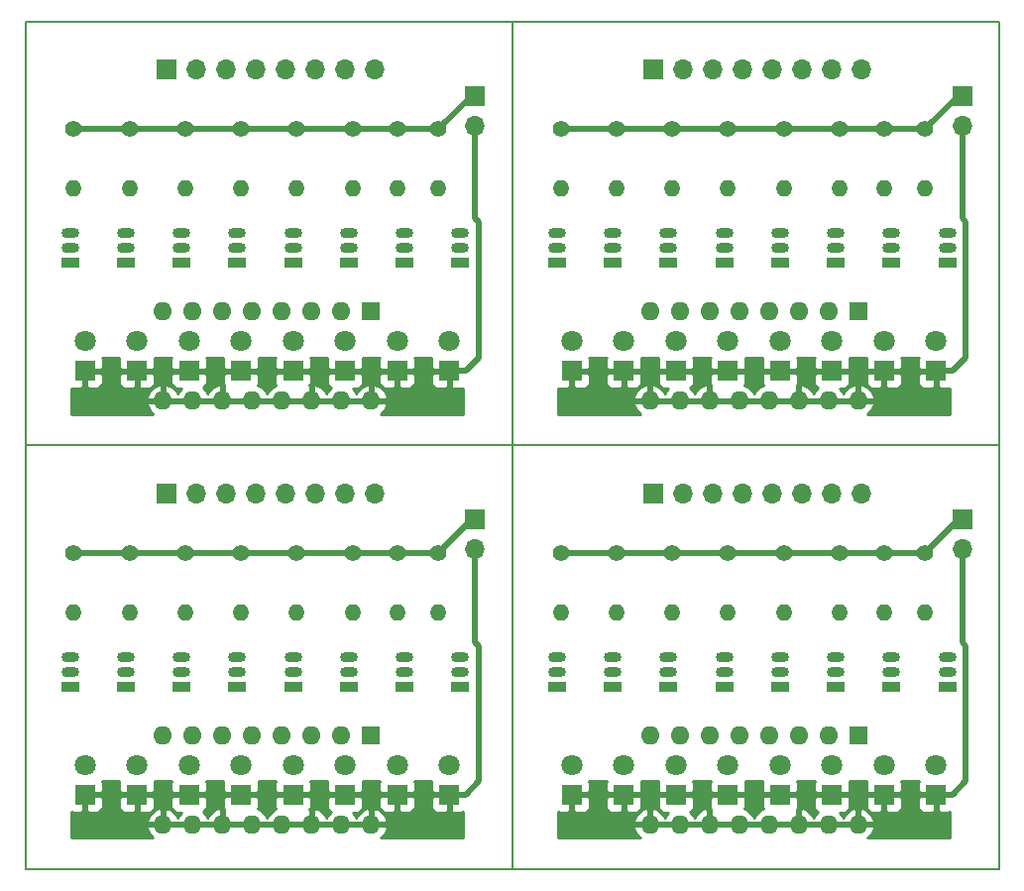
<source format=gbr>
%TF.GenerationSoftware,KiCad,Pcbnew,4.0.7-e2-6376~61~ubuntu18.04.1*%
%TF.CreationDate,2020-07-26T21:14:29+02:00*%
%TF.ProjectId,testio_panel,74657374696F5F70616E656C2E6B6963,rev?*%
%TF.FileFunction,Copper,L2,Bot,Signal*%
%FSLAX46Y46*%
G04 Gerber Fmt 4.6, Leading zero omitted, Abs format (unit mm)*
G04 Created by KiCad (PCBNEW 4.0.7-e2-6376~61~ubuntu18.04.1) date Sun Jul 26 21:14:29 2020*
%MOMM*%
%LPD*%
G01*
G04 APERTURE LIST*
%ADD10C,0.150000*%
%ADD11O,1.500000X0.900000*%
%ADD12R,1.500000X0.900000*%
%ADD13R,1.800000X1.800000*%
%ADD14C,1.800000*%
%ADD15R,1.700000X1.700000*%
%ADD16O,1.700000X1.700000*%
%ADD17C,1.400000*%
%ADD18O,1.400000X1.400000*%
%ADD19R,1.600000X1.600000*%
%ADD20O,1.600000X1.600000*%
%ADD21C,0.500000*%
%ADD22C,0.254000*%
G04 APERTURE END LIST*
D10*
X104727500Y-97425000D02*
X104727500Y-61230000D01*
X104727500Y-61230000D02*
X104727500Y-97425000D01*
X104727500Y-97425000D02*
X63135000Y-97425000D01*
X63135000Y-97425000D02*
X104727500Y-97425000D01*
X104727500Y-97425000D02*
X146320000Y-97425000D01*
X146320000Y-97425000D02*
X104727500Y-97425000D01*
X104727500Y-97425000D02*
X104727500Y-133620000D01*
X104727500Y-133620000D02*
X104727500Y-97425000D01*
X146320000Y-133620000D02*
X146320000Y-97425000D01*
X146320000Y-97425000D02*
X146320000Y-61230000D01*
X104727500Y-133620000D02*
X146320000Y-133620000D01*
X63135000Y-133620000D02*
X104727500Y-133620000D01*
X146320000Y-61230000D02*
X104727500Y-61230000D01*
X63135000Y-97425000D02*
X63135000Y-133620000D01*
X104727500Y-61230000D02*
X63135000Y-61230000D01*
X63135000Y-61230000D02*
X63135000Y-97425000D01*
D11*
X118062500Y-116792500D03*
X118062500Y-115522500D03*
D12*
X118062500Y-118062500D03*
D11*
X76470000Y-116792500D03*
X76470000Y-115522500D03*
D12*
X76470000Y-118062500D03*
D11*
X118062500Y-80597500D03*
X118062500Y-79327500D03*
D12*
X118062500Y-81867500D03*
D11*
X113300000Y-116792500D03*
X113300000Y-115522500D03*
D12*
X113300000Y-118062500D03*
D11*
X71707500Y-116792500D03*
X71707500Y-115522500D03*
D12*
X71707500Y-118062500D03*
D11*
X113300000Y-80597500D03*
X113300000Y-79327500D03*
D12*
X113300000Y-81867500D03*
D13*
X109807500Y-127270000D03*
D14*
X109807500Y-124730000D03*
D13*
X68215000Y-127270000D03*
D14*
X68215000Y-124730000D03*
D13*
X109807500Y-91075000D03*
D14*
X109807500Y-88535000D03*
D11*
X108537500Y-116792500D03*
X108537500Y-115522500D03*
D12*
X108537500Y-118062500D03*
D11*
X66945000Y-116792500D03*
X66945000Y-115522500D03*
D12*
X66945000Y-118062500D03*
D11*
X108537500Y-80597500D03*
X108537500Y-79327500D03*
D12*
X108537500Y-81867500D03*
D11*
X122825000Y-116792500D03*
X122825000Y-115522500D03*
D12*
X122825000Y-118062500D03*
D11*
X81232500Y-116792500D03*
X81232500Y-115522500D03*
D12*
X81232500Y-118062500D03*
D11*
X122825000Y-80597500D03*
X122825000Y-79327500D03*
D12*
X122825000Y-81867500D03*
D13*
X118697500Y-127270000D03*
D14*
X118697500Y-124730000D03*
D13*
X77105000Y-127270000D03*
D14*
X77105000Y-124730000D03*
D13*
X118697500Y-91075000D03*
D14*
X118697500Y-88535000D03*
D13*
X123142500Y-127270000D03*
D14*
X123142500Y-124730000D03*
D13*
X81550000Y-127270000D03*
D14*
X81550000Y-124730000D03*
D13*
X123142500Y-91075000D03*
D14*
X123142500Y-88535000D03*
D13*
X114252500Y-127270000D03*
D14*
X114252500Y-124730000D03*
D13*
X72660000Y-127270000D03*
D14*
X72660000Y-124730000D03*
D13*
X114252500Y-91075000D03*
D14*
X114252500Y-88535000D03*
D15*
X116792500Y-101552500D03*
D16*
X119332500Y-101552500D03*
X121872500Y-101552500D03*
X124412500Y-101552500D03*
X126952500Y-101552500D03*
X129492500Y-101552500D03*
X132032500Y-101552500D03*
X134572500Y-101552500D03*
D15*
X75200000Y-101552500D03*
D16*
X77740000Y-101552500D03*
X80280000Y-101552500D03*
X82820000Y-101552500D03*
X85360000Y-101552500D03*
X87900000Y-101552500D03*
X90440000Y-101552500D03*
X92980000Y-101552500D03*
D15*
X116792500Y-65357500D03*
D16*
X119332500Y-65357500D03*
X121872500Y-65357500D03*
X124412500Y-65357500D03*
X126952500Y-65357500D03*
X129492500Y-65357500D03*
X132032500Y-65357500D03*
X134572500Y-65357500D03*
D17*
X118380000Y-106632500D03*
D18*
X118380000Y-111712500D03*
D17*
X76787500Y-106632500D03*
D18*
X76787500Y-111712500D03*
D17*
X118380000Y-70437500D03*
D18*
X118380000Y-75517500D03*
D17*
X113617500Y-106632500D03*
D18*
X113617500Y-111712500D03*
D17*
X72025000Y-106632500D03*
D18*
X72025000Y-111712500D03*
D17*
X113617500Y-70437500D03*
D18*
X113617500Y-75517500D03*
D17*
X123142500Y-106632500D03*
D18*
X123142500Y-111712500D03*
D17*
X81550000Y-106632500D03*
D18*
X81550000Y-111712500D03*
D17*
X123142500Y-70437500D03*
D18*
X123142500Y-75517500D03*
D17*
X132667500Y-106632500D03*
D18*
X132667500Y-111712500D03*
D17*
X91075000Y-106632500D03*
D18*
X91075000Y-111712500D03*
D17*
X132667500Y-70437500D03*
D18*
X132667500Y-75517500D03*
D17*
X127905000Y-106632500D03*
D18*
X127905000Y-111712500D03*
D17*
X86312500Y-106632500D03*
D18*
X86312500Y-111712500D03*
D17*
X127905000Y-70437500D03*
D18*
X127905000Y-75517500D03*
D17*
X108855000Y-106632500D03*
D18*
X108855000Y-111712500D03*
D17*
X67262500Y-106632500D03*
D18*
X67262500Y-111712500D03*
D17*
X108855000Y-70437500D03*
D18*
X108855000Y-75517500D03*
D19*
X134255000Y-122190000D03*
D20*
X116475000Y-129810000D03*
X131715000Y-122190000D03*
X119015000Y-129810000D03*
X129175000Y-122190000D03*
X121555000Y-129810000D03*
X126635000Y-122190000D03*
X124095000Y-129810000D03*
X124095000Y-122190000D03*
X126635000Y-129810000D03*
X121555000Y-122190000D03*
X129175000Y-129810000D03*
X119015000Y-122190000D03*
X131715000Y-129810000D03*
X116475000Y-122190000D03*
X134255000Y-129810000D03*
D19*
X92662500Y-122190000D03*
D20*
X74882500Y-129810000D03*
X90122500Y-122190000D03*
X77422500Y-129810000D03*
X87582500Y-122190000D03*
X79962500Y-129810000D03*
X85042500Y-122190000D03*
X82502500Y-129810000D03*
X82502500Y-122190000D03*
X85042500Y-129810000D03*
X79962500Y-122190000D03*
X87582500Y-129810000D03*
X77422500Y-122190000D03*
X90122500Y-129810000D03*
X74882500Y-122190000D03*
X92662500Y-129810000D03*
D19*
X134255000Y-85995000D03*
D20*
X116475000Y-93615000D03*
X131715000Y-85995000D03*
X119015000Y-93615000D03*
X129175000Y-85995000D03*
X121555000Y-93615000D03*
X126635000Y-85995000D03*
X124095000Y-93615000D03*
X124095000Y-85995000D03*
X126635000Y-93615000D03*
X121555000Y-85995000D03*
X129175000Y-93615000D03*
X119015000Y-85995000D03*
X131715000Y-93615000D03*
X116475000Y-85995000D03*
X134255000Y-93615000D03*
D13*
X140922500Y-127270000D03*
D14*
X140922500Y-124730000D03*
D13*
X99330000Y-127270000D03*
D14*
X99330000Y-124730000D03*
D13*
X140922500Y-91075000D03*
D14*
X140922500Y-88535000D03*
D13*
X127587500Y-127270000D03*
D14*
X127587500Y-124730000D03*
D13*
X85995000Y-127270000D03*
D14*
X85995000Y-124730000D03*
D13*
X127587500Y-91075000D03*
D14*
X127587500Y-88535000D03*
D13*
X136477500Y-127270000D03*
D14*
X136477500Y-124730000D03*
D13*
X94885000Y-127270000D03*
D14*
X94885000Y-124730000D03*
D13*
X136477500Y-91075000D03*
D14*
X136477500Y-88535000D03*
D13*
X132032500Y-127270000D03*
D14*
X132032500Y-124730000D03*
D13*
X90440000Y-127270000D03*
D14*
X90440000Y-124730000D03*
D13*
X132032500Y-91075000D03*
D14*
X132032500Y-88535000D03*
D15*
X143145000Y-103775000D03*
D16*
X143145000Y-106315000D03*
D15*
X101552500Y-103775000D03*
D16*
X101552500Y-106315000D03*
D15*
X143145000Y-67580000D03*
D16*
X143145000Y-70120000D03*
D11*
X127587500Y-116792500D03*
X127587500Y-115522500D03*
D12*
X127587500Y-118062500D03*
D11*
X85995000Y-116792500D03*
X85995000Y-115522500D03*
D12*
X85995000Y-118062500D03*
D11*
X127587500Y-80597500D03*
X127587500Y-79327500D03*
D12*
X127587500Y-81867500D03*
D17*
X139970000Y-106632500D03*
D18*
X139970000Y-111712500D03*
D17*
X98377500Y-106632500D03*
D18*
X98377500Y-111712500D03*
D17*
X139970000Y-70437500D03*
D18*
X139970000Y-75517500D03*
D17*
X136477500Y-106632500D03*
D18*
X136477500Y-111712500D03*
D17*
X94885000Y-106632500D03*
D18*
X94885000Y-111712500D03*
D17*
X136477500Y-70437500D03*
D18*
X136477500Y-75517500D03*
D11*
X137112500Y-116792500D03*
X137112500Y-115522500D03*
D12*
X137112500Y-118062500D03*
D11*
X95520000Y-116792500D03*
X95520000Y-115522500D03*
D12*
X95520000Y-118062500D03*
D11*
X137112500Y-80597500D03*
X137112500Y-79327500D03*
D12*
X137112500Y-81867500D03*
D11*
X132350000Y-116792500D03*
X132350000Y-115522500D03*
D12*
X132350000Y-118062500D03*
D11*
X90757500Y-116792500D03*
X90757500Y-115522500D03*
D12*
X90757500Y-118062500D03*
D11*
X132350000Y-80597500D03*
X132350000Y-79327500D03*
D12*
X132350000Y-81867500D03*
D11*
X141875000Y-116792500D03*
X141875000Y-115522500D03*
D12*
X141875000Y-118062500D03*
D11*
X100282500Y-116792500D03*
X100282500Y-115522500D03*
D12*
X100282500Y-118062500D03*
D11*
X141875000Y-80597500D03*
X141875000Y-79327500D03*
D12*
X141875000Y-81867500D03*
D13*
X68215000Y-91075000D03*
D14*
X68215000Y-88535000D03*
D13*
X72660000Y-91075000D03*
D14*
X72660000Y-88535000D03*
D13*
X77105000Y-91075000D03*
D14*
X77105000Y-88535000D03*
D13*
X81550000Y-91075000D03*
D14*
X81550000Y-88535000D03*
D13*
X85995000Y-91075000D03*
D14*
X85995000Y-88535000D03*
D13*
X90440000Y-91075000D03*
D14*
X90440000Y-88535000D03*
D13*
X94885000Y-91075000D03*
D14*
X94885000Y-88535000D03*
D13*
X99330000Y-91075000D03*
D14*
X99330000Y-88535000D03*
D15*
X75200000Y-65357500D03*
D16*
X77740000Y-65357500D03*
X80280000Y-65357500D03*
X82820000Y-65357500D03*
X85360000Y-65357500D03*
X87900000Y-65357500D03*
X90440000Y-65357500D03*
X92980000Y-65357500D03*
D15*
X101552500Y-67580000D03*
D16*
X101552500Y-70120000D03*
D11*
X66945000Y-80597500D03*
X66945000Y-79327500D03*
D12*
X66945000Y-81867500D03*
D11*
X71707500Y-80597500D03*
X71707500Y-79327500D03*
D12*
X71707500Y-81867500D03*
D11*
X76470000Y-80597500D03*
X76470000Y-79327500D03*
D12*
X76470000Y-81867500D03*
D11*
X81232500Y-80597500D03*
X81232500Y-79327500D03*
D12*
X81232500Y-81867500D03*
D11*
X85995000Y-80597500D03*
X85995000Y-79327500D03*
D12*
X85995000Y-81867500D03*
D11*
X90757500Y-80597500D03*
X90757500Y-79327500D03*
D12*
X90757500Y-81867500D03*
D11*
X95520000Y-80597500D03*
X95520000Y-79327500D03*
D12*
X95520000Y-81867500D03*
D11*
X100282500Y-80597500D03*
X100282500Y-79327500D03*
D12*
X100282500Y-81867500D03*
D17*
X67262500Y-70437500D03*
D18*
X67262500Y-75517500D03*
D17*
X72025000Y-70437500D03*
D18*
X72025000Y-75517500D03*
D17*
X76787500Y-70437500D03*
D18*
X76787500Y-75517500D03*
D17*
X81550000Y-70437500D03*
D18*
X81550000Y-75517500D03*
D17*
X86312500Y-70437500D03*
D18*
X86312500Y-75517500D03*
D17*
X91075000Y-70437500D03*
D18*
X91075000Y-75517500D03*
D17*
X94885000Y-70437500D03*
D18*
X94885000Y-75517500D03*
D17*
X98377500Y-70437500D03*
D18*
X98377500Y-75517500D03*
D19*
X92662500Y-85995000D03*
D20*
X74882500Y-93615000D03*
X90122500Y-85995000D03*
X77422500Y-93615000D03*
X87582500Y-85995000D03*
X79962500Y-93615000D03*
X85042500Y-85995000D03*
X82502500Y-93615000D03*
X82502500Y-85995000D03*
X85042500Y-93615000D03*
X79962500Y-85995000D03*
X87582500Y-93615000D03*
X77422500Y-85995000D03*
X90122500Y-93615000D03*
X74882500Y-85995000D03*
X92662500Y-93615000D03*
D21*
X143462500Y-114570000D02*
X143462500Y-126130000D01*
X101870000Y-114570000D02*
X101870000Y-126130000D01*
X143462500Y-78375000D02*
X143462500Y-89935000D01*
X143145000Y-114252500D02*
X143462500Y-114570000D01*
X101552500Y-114252500D02*
X101870000Y-114570000D01*
X143145000Y-78057500D02*
X143462500Y-78375000D01*
X143462500Y-126130000D02*
X142322500Y-127270000D01*
X101870000Y-126130000D02*
X100730000Y-127270000D01*
X143462500Y-89935000D02*
X142322500Y-91075000D01*
X142322500Y-127270000D02*
X140922500Y-127270000D01*
X100730000Y-127270000D02*
X99330000Y-127270000D01*
X142322500Y-91075000D02*
X140922500Y-91075000D01*
X143145000Y-106315000D02*
X143145000Y-114252500D01*
X101552500Y-106315000D02*
X101552500Y-114252500D01*
X143145000Y-70120000D02*
X143145000Y-78057500D01*
X101870000Y-78375000D02*
X101870000Y-89935000D01*
X101870000Y-89935000D02*
X100730000Y-91075000D01*
X100730000Y-91075000D02*
X99330000Y-91075000D01*
X101552500Y-78057500D02*
X101870000Y-78375000D01*
X101552500Y-70120000D02*
X101552500Y-78057500D01*
X118380000Y-106632500D02*
X123142500Y-106632500D01*
X76787500Y-106632500D02*
X81550000Y-106632500D01*
X118380000Y-70437500D02*
X123142500Y-70437500D01*
X108855000Y-106632500D02*
X113617500Y-106632500D01*
X67262500Y-106632500D02*
X72025000Y-106632500D01*
X108855000Y-70437500D02*
X113617500Y-70437500D01*
X113617500Y-106632500D02*
X118380000Y-106632500D01*
X72025000Y-106632500D02*
X76787500Y-106632500D01*
X113617500Y-70437500D02*
X118380000Y-70437500D01*
X143145000Y-103775000D02*
X142827500Y-103775000D01*
X101552500Y-103775000D02*
X101235000Y-103775000D01*
X143145000Y-67580000D02*
X142827500Y-67580000D01*
X139970000Y-106632500D02*
X136477500Y-106632500D01*
X98377500Y-106632500D02*
X94885000Y-106632500D01*
X139970000Y-70437500D02*
X136477500Y-70437500D01*
X142827500Y-103775000D02*
X139970000Y-106632500D01*
X101235000Y-103775000D02*
X98377500Y-106632500D01*
X142827500Y-67580000D02*
X139970000Y-70437500D01*
X127905000Y-106632500D02*
X132667500Y-106632500D01*
X86312500Y-106632500D02*
X91075000Y-106632500D01*
X127905000Y-70437500D02*
X132667500Y-70437500D01*
X136477500Y-106632500D02*
X132667500Y-106632500D01*
X94885000Y-106632500D02*
X91075000Y-106632500D01*
X136477500Y-70437500D02*
X132667500Y-70437500D01*
X123142500Y-106632500D02*
X127905000Y-106632500D01*
X81550000Y-106632500D02*
X86312500Y-106632500D01*
X123142500Y-70437500D02*
X127905000Y-70437500D01*
X67262500Y-70437500D02*
X72025000Y-70437500D01*
X72025000Y-70437500D02*
X76787500Y-70437500D01*
X76787500Y-70437500D02*
X81550000Y-70437500D01*
X81550000Y-70437500D02*
X86312500Y-70437500D01*
X86312500Y-70437500D02*
X91075000Y-70437500D01*
X94885000Y-70437500D02*
X91075000Y-70437500D01*
X98377500Y-70437500D02*
X94885000Y-70437500D01*
X101552500Y-67580000D02*
X101235000Y-67580000D01*
X101235000Y-67580000D02*
X98377500Y-70437500D01*
D22*
G36*
X71125000Y-90048691D02*
X71125000Y-90789250D01*
X71283750Y-90948000D01*
X72533000Y-90948000D01*
X72533000Y-90928000D01*
X72787000Y-90928000D01*
X72787000Y-90948000D01*
X74036250Y-90948000D01*
X74195000Y-90789250D01*
X74195000Y-90048691D01*
X74146665Y-89932000D01*
X75618335Y-89932000D01*
X75570000Y-90048691D01*
X75570000Y-90789250D01*
X75728750Y-90948000D01*
X76978000Y-90948000D01*
X76978000Y-90928000D01*
X77232000Y-90928000D01*
X77232000Y-90948000D01*
X78481250Y-90948000D01*
X78640000Y-90789250D01*
X78640000Y-90048691D01*
X78591665Y-89932000D01*
X80063335Y-89932000D01*
X80015000Y-90048691D01*
X80015000Y-90789250D01*
X80173750Y-90948000D01*
X81423000Y-90948000D01*
X81423000Y-90928000D01*
X81677000Y-90928000D01*
X81677000Y-90948000D01*
X82926250Y-90948000D01*
X83085000Y-90789250D01*
X83085000Y-90048691D01*
X83036665Y-89932000D01*
X84508335Y-89932000D01*
X84460000Y-90048691D01*
X84460000Y-90789250D01*
X84618750Y-90948000D01*
X85868000Y-90948000D01*
X85868000Y-90928000D01*
X86122000Y-90928000D01*
X86122000Y-90948000D01*
X87371250Y-90948000D01*
X87530000Y-90789250D01*
X87530000Y-90048691D01*
X87481665Y-89932000D01*
X88953335Y-89932000D01*
X88905000Y-90048691D01*
X88905000Y-90789250D01*
X89063750Y-90948000D01*
X90313000Y-90948000D01*
X90313000Y-90928000D01*
X90567000Y-90928000D01*
X90567000Y-90948000D01*
X91816250Y-90948000D01*
X91975000Y-90789250D01*
X91975000Y-90048691D01*
X91926665Y-89932000D01*
X93398335Y-89932000D01*
X93350000Y-90048691D01*
X93350000Y-90789250D01*
X93508750Y-90948000D01*
X94758000Y-90948000D01*
X94758000Y-90928000D01*
X95012000Y-90928000D01*
X95012000Y-90948000D01*
X96261250Y-90948000D01*
X96420000Y-90789250D01*
X96420000Y-90048691D01*
X96371665Y-89932000D01*
X97843335Y-89932000D01*
X97795000Y-90048691D01*
X97795000Y-90789250D01*
X97953750Y-90948000D01*
X99203000Y-90948000D01*
X99203000Y-90928000D01*
X99457000Y-90928000D01*
X99457000Y-90948000D01*
X99477000Y-90948000D01*
X99477000Y-91202000D01*
X99457000Y-91202000D01*
X99457000Y-92451250D01*
X99615750Y-92610000D01*
X100356310Y-92610000D01*
X100473000Y-92561665D01*
X100473000Y-94758000D01*
X93497112Y-94758000D01*
X93814889Y-94470134D01*
X94054414Y-93964041D01*
X93933129Y-93742000D01*
X92789500Y-93742000D01*
X92789500Y-93762000D01*
X92535500Y-93762000D01*
X92535500Y-93742000D01*
X90249500Y-93742000D01*
X90249500Y-93762000D01*
X89995500Y-93762000D01*
X89995500Y-93742000D01*
X87709500Y-93742000D01*
X87709500Y-93762000D01*
X87455500Y-93762000D01*
X87455500Y-93742000D01*
X85169500Y-93742000D01*
X85169500Y-93762000D01*
X84915500Y-93762000D01*
X84915500Y-93742000D01*
X82629500Y-93742000D01*
X82629500Y-93762000D01*
X82375500Y-93762000D01*
X82375500Y-93742000D01*
X80089500Y-93742000D01*
X80089500Y-93762000D01*
X79835500Y-93762000D01*
X79835500Y-93742000D01*
X77549500Y-93742000D01*
X77549500Y-93762000D01*
X77295500Y-93762000D01*
X77295500Y-93742000D01*
X75009500Y-93742000D01*
X75009500Y-93762000D01*
X74755500Y-93762000D01*
X74755500Y-93742000D01*
X73611871Y-93742000D01*
X73490586Y-93964041D01*
X73730111Y-94470134D01*
X74047888Y-94758000D01*
X67072000Y-94758000D01*
X67072000Y-93265959D01*
X73490586Y-93265959D01*
X73611871Y-93488000D01*
X74755500Y-93488000D01*
X74755500Y-92345085D01*
X75009500Y-92345085D01*
X75009500Y-93488000D01*
X77295500Y-93488000D01*
X77295500Y-93468000D01*
X77549500Y-93468000D01*
X77549500Y-93488000D01*
X79835500Y-93488000D01*
X79835500Y-92345085D01*
X79613461Y-92223096D01*
X79225077Y-92383959D01*
X78810111Y-92759866D01*
X78692500Y-93008367D01*
X78574889Y-92759866D01*
X78322177Y-92530940D01*
X78364699Y-92513327D01*
X78543327Y-92334698D01*
X78640000Y-92101309D01*
X78640000Y-91360750D01*
X80015000Y-91360750D01*
X80015000Y-92101309D01*
X80111067Y-92333236D01*
X80089500Y-92345085D01*
X80089500Y-93488000D01*
X82375500Y-93488000D01*
X82375500Y-93468000D01*
X82629500Y-93468000D01*
X82629500Y-93488000D01*
X84915500Y-93488000D01*
X84915500Y-93468000D01*
X85169500Y-93468000D01*
X85169500Y-93488000D01*
X87455500Y-93488000D01*
X87455500Y-92345085D01*
X87709500Y-92345085D01*
X87709500Y-93488000D01*
X89995500Y-93488000D01*
X89995500Y-93468000D01*
X90249500Y-93468000D01*
X90249500Y-93488000D01*
X92535500Y-93488000D01*
X92535500Y-92345085D01*
X92789500Y-92345085D01*
X92789500Y-93488000D01*
X93933129Y-93488000D01*
X94054414Y-93265959D01*
X93814889Y-92759866D01*
X93399923Y-92383959D01*
X93011539Y-92223096D01*
X92789500Y-92345085D01*
X92535500Y-92345085D01*
X92313461Y-92223096D01*
X91925077Y-92383959D01*
X91510111Y-92759866D01*
X91392500Y-93008367D01*
X91274889Y-92759866D01*
X91109451Y-92610000D01*
X91466310Y-92610000D01*
X91699699Y-92513327D01*
X91878327Y-92334698D01*
X91975000Y-92101309D01*
X91975000Y-91360750D01*
X93350000Y-91360750D01*
X93350000Y-92101309D01*
X93446673Y-92334698D01*
X93625301Y-92513327D01*
X93858690Y-92610000D01*
X94599250Y-92610000D01*
X94758000Y-92451250D01*
X94758000Y-91202000D01*
X95012000Y-91202000D01*
X95012000Y-92451250D01*
X95170750Y-92610000D01*
X95911310Y-92610000D01*
X96144699Y-92513327D01*
X96323327Y-92334698D01*
X96420000Y-92101309D01*
X96420000Y-91360750D01*
X97795000Y-91360750D01*
X97795000Y-92101309D01*
X97891673Y-92334698D01*
X98070301Y-92513327D01*
X98303690Y-92610000D01*
X99044250Y-92610000D01*
X99203000Y-92451250D01*
X99203000Y-91202000D01*
X97953750Y-91202000D01*
X97795000Y-91360750D01*
X96420000Y-91360750D01*
X96261250Y-91202000D01*
X95012000Y-91202000D01*
X94758000Y-91202000D01*
X93508750Y-91202000D01*
X93350000Y-91360750D01*
X91975000Y-91360750D01*
X91816250Y-91202000D01*
X90567000Y-91202000D01*
X90567000Y-91222000D01*
X90313000Y-91222000D01*
X90313000Y-91202000D01*
X89063750Y-91202000D01*
X88905000Y-91360750D01*
X88905000Y-92101309D01*
X89001673Y-92334698D01*
X89180301Y-92513327D01*
X89222823Y-92530940D01*
X88970111Y-92759866D01*
X88852500Y-93008367D01*
X88734889Y-92759866D01*
X88319923Y-92383959D01*
X87931539Y-92223096D01*
X87709500Y-92345085D01*
X87455500Y-92345085D01*
X87433933Y-92333236D01*
X87530000Y-92101309D01*
X87530000Y-91360750D01*
X87371250Y-91202000D01*
X86122000Y-91202000D01*
X86122000Y-91222000D01*
X85868000Y-91222000D01*
X85868000Y-91202000D01*
X84618750Y-91202000D01*
X84460000Y-91360750D01*
X84460000Y-92101309D01*
X84537246Y-92287798D01*
X84305077Y-92383959D01*
X83890111Y-92759866D01*
X83772500Y-93008367D01*
X83654889Y-92759866D01*
X83239923Y-92383959D01*
X83007754Y-92287798D01*
X83085000Y-92101309D01*
X83085000Y-91360750D01*
X82926250Y-91202000D01*
X81677000Y-91202000D01*
X81677000Y-91222000D01*
X81423000Y-91222000D01*
X81423000Y-91202000D01*
X80173750Y-91202000D01*
X80015000Y-91360750D01*
X78640000Y-91360750D01*
X78481250Y-91202000D01*
X77232000Y-91202000D01*
X77232000Y-91222000D01*
X76978000Y-91222000D01*
X76978000Y-91202000D01*
X75728750Y-91202000D01*
X75570000Y-91360750D01*
X75570000Y-92101309D01*
X75666673Y-92334698D01*
X75845301Y-92513327D01*
X76078690Y-92610000D01*
X76435549Y-92610000D01*
X76270111Y-92759866D01*
X76152500Y-93008367D01*
X76034889Y-92759866D01*
X75619923Y-92383959D01*
X75231539Y-92223096D01*
X75009500Y-92345085D01*
X74755500Y-92345085D01*
X74533461Y-92223096D01*
X74145077Y-92383959D01*
X73730111Y-92759866D01*
X73490586Y-93265959D01*
X67072000Y-93265959D01*
X67072000Y-92561665D01*
X67188690Y-92610000D01*
X67929250Y-92610000D01*
X68088000Y-92451250D01*
X68088000Y-91202000D01*
X68342000Y-91202000D01*
X68342000Y-92451250D01*
X68500750Y-92610000D01*
X69241310Y-92610000D01*
X69474699Y-92513327D01*
X69653327Y-92334698D01*
X69750000Y-92101309D01*
X69750000Y-91360750D01*
X71125000Y-91360750D01*
X71125000Y-92101309D01*
X71221673Y-92334698D01*
X71400301Y-92513327D01*
X71633690Y-92610000D01*
X72374250Y-92610000D01*
X72533000Y-92451250D01*
X72533000Y-91202000D01*
X72787000Y-91202000D01*
X72787000Y-92451250D01*
X72945750Y-92610000D01*
X73686310Y-92610000D01*
X73919699Y-92513327D01*
X74098327Y-92334698D01*
X74195000Y-92101309D01*
X74195000Y-91360750D01*
X74036250Y-91202000D01*
X72787000Y-91202000D01*
X72533000Y-91202000D01*
X71283750Y-91202000D01*
X71125000Y-91360750D01*
X69750000Y-91360750D01*
X69591250Y-91202000D01*
X68342000Y-91202000D01*
X68088000Y-91202000D01*
X68068000Y-91202000D01*
X68068000Y-90948000D01*
X68088000Y-90948000D01*
X68088000Y-90928000D01*
X68342000Y-90928000D01*
X68342000Y-90948000D01*
X69591250Y-90948000D01*
X69750000Y-90789250D01*
X69750000Y-90048691D01*
X69701665Y-89932000D01*
X71173335Y-89932000D01*
X71125000Y-90048691D01*
X71125000Y-90048691D01*
G37*
X71125000Y-90048691D02*
X71125000Y-90789250D01*
X71283750Y-90948000D01*
X72533000Y-90948000D01*
X72533000Y-90928000D01*
X72787000Y-90928000D01*
X72787000Y-90948000D01*
X74036250Y-90948000D01*
X74195000Y-90789250D01*
X74195000Y-90048691D01*
X74146665Y-89932000D01*
X75618335Y-89932000D01*
X75570000Y-90048691D01*
X75570000Y-90789250D01*
X75728750Y-90948000D01*
X76978000Y-90948000D01*
X76978000Y-90928000D01*
X77232000Y-90928000D01*
X77232000Y-90948000D01*
X78481250Y-90948000D01*
X78640000Y-90789250D01*
X78640000Y-90048691D01*
X78591665Y-89932000D01*
X80063335Y-89932000D01*
X80015000Y-90048691D01*
X80015000Y-90789250D01*
X80173750Y-90948000D01*
X81423000Y-90948000D01*
X81423000Y-90928000D01*
X81677000Y-90928000D01*
X81677000Y-90948000D01*
X82926250Y-90948000D01*
X83085000Y-90789250D01*
X83085000Y-90048691D01*
X83036665Y-89932000D01*
X84508335Y-89932000D01*
X84460000Y-90048691D01*
X84460000Y-90789250D01*
X84618750Y-90948000D01*
X85868000Y-90948000D01*
X85868000Y-90928000D01*
X86122000Y-90928000D01*
X86122000Y-90948000D01*
X87371250Y-90948000D01*
X87530000Y-90789250D01*
X87530000Y-90048691D01*
X87481665Y-89932000D01*
X88953335Y-89932000D01*
X88905000Y-90048691D01*
X88905000Y-90789250D01*
X89063750Y-90948000D01*
X90313000Y-90948000D01*
X90313000Y-90928000D01*
X90567000Y-90928000D01*
X90567000Y-90948000D01*
X91816250Y-90948000D01*
X91975000Y-90789250D01*
X91975000Y-90048691D01*
X91926665Y-89932000D01*
X93398335Y-89932000D01*
X93350000Y-90048691D01*
X93350000Y-90789250D01*
X93508750Y-90948000D01*
X94758000Y-90948000D01*
X94758000Y-90928000D01*
X95012000Y-90928000D01*
X95012000Y-90948000D01*
X96261250Y-90948000D01*
X96420000Y-90789250D01*
X96420000Y-90048691D01*
X96371665Y-89932000D01*
X97843335Y-89932000D01*
X97795000Y-90048691D01*
X97795000Y-90789250D01*
X97953750Y-90948000D01*
X99203000Y-90948000D01*
X99203000Y-90928000D01*
X99457000Y-90928000D01*
X99457000Y-90948000D01*
X99477000Y-90948000D01*
X99477000Y-91202000D01*
X99457000Y-91202000D01*
X99457000Y-92451250D01*
X99615750Y-92610000D01*
X100356310Y-92610000D01*
X100473000Y-92561665D01*
X100473000Y-94758000D01*
X93497112Y-94758000D01*
X93814889Y-94470134D01*
X94054414Y-93964041D01*
X93933129Y-93742000D01*
X92789500Y-93742000D01*
X92789500Y-93762000D01*
X92535500Y-93762000D01*
X92535500Y-93742000D01*
X90249500Y-93742000D01*
X90249500Y-93762000D01*
X89995500Y-93762000D01*
X89995500Y-93742000D01*
X87709500Y-93742000D01*
X87709500Y-93762000D01*
X87455500Y-93762000D01*
X87455500Y-93742000D01*
X85169500Y-93742000D01*
X85169500Y-93762000D01*
X84915500Y-93762000D01*
X84915500Y-93742000D01*
X82629500Y-93742000D01*
X82629500Y-93762000D01*
X82375500Y-93762000D01*
X82375500Y-93742000D01*
X80089500Y-93742000D01*
X80089500Y-93762000D01*
X79835500Y-93762000D01*
X79835500Y-93742000D01*
X77549500Y-93742000D01*
X77549500Y-93762000D01*
X77295500Y-93762000D01*
X77295500Y-93742000D01*
X75009500Y-93742000D01*
X75009500Y-93762000D01*
X74755500Y-93762000D01*
X74755500Y-93742000D01*
X73611871Y-93742000D01*
X73490586Y-93964041D01*
X73730111Y-94470134D01*
X74047888Y-94758000D01*
X67072000Y-94758000D01*
X67072000Y-93265959D01*
X73490586Y-93265959D01*
X73611871Y-93488000D01*
X74755500Y-93488000D01*
X74755500Y-92345085D01*
X75009500Y-92345085D01*
X75009500Y-93488000D01*
X77295500Y-93488000D01*
X77295500Y-93468000D01*
X77549500Y-93468000D01*
X77549500Y-93488000D01*
X79835500Y-93488000D01*
X79835500Y-92345085D01*
X79613461Y-92223096D01*
X79225077Y-92383959D01*
X78810111Y-92759866D01*
X78692500Y-93008367D01*
X78574889Y-92759866D01*
X78322177Y-92530940D01*
X78364699Y-92513327D01*
X78543327Y-92334698D01*
X78640000Y-92101309D01*
X78640000Y-91360750D01*
X80015000Y-91360750D01*
X80015000Y-92101309D01*
X80111067Y-92333236D01*
X80089500Y-92345085D01*
X80089500Y-93488000D01*
X82375500Y-93488000D01*
X82375500Y-93468000D01*
X82629500Y-93468000D01*
X82629500Y-93488000D01*
X84915500Y-93488000D01*
X84915500Y-93468000D01*
X85169500Y-93468000D01*
X85169500Y-93488000D01*
X87455500Y-93488000D01*
X87455500Y-92345085D01*
X87709500Y-92345085D01*
X87709500Y-93488000D01*
X89995500Y-93488000D01*
X89995500Y-93468000D01*
X90249500Y-93468000D01*
X90249500Y-93488000D01*
X92535500Y-93488000D01*
X92535500Y-92345085D01*
X92789500Y-92345085D01*
X92789500Y-93488000D01*
X93933129Y-93488000D01*
X94054414Y-93265959D01*
X93814889Y-92759866D01*
X93399923Y-92383959D01*
X93011539Y-92223096D01*
X92789500Y-92345085D01*
X92535500Y-92345085D01*
X92313461Y-92223096D01*
X91925077Y-92383959D01*
X91510111Y-92759866D01*
X91392500Y-93008367D01*
X91274889Y-92759866D01*
X91109451Y-92610000D01*
X91466310Y-92610000D01*
X91699699Y-92513327D01*
X91878327Y-92334698D01*
X91975000Y-92101309D01*
X91975000Y-91360750D01*
X93350000Y-91360750D01*
X93350000Y-92101309D01*
X93446673Y-92334698D01*
X93625301Y-92513327D01*
X93858690Y-92610000D01*
X94599250Y-92610000D01*
X94758000Y-92451250D01*
X94758000Y-91202000D01*
X95012000Y-91202000D01*
X95012000Y-92451250D01*
X95170750Y-92610000D01*
X95911310Y-92610000D01*
X96144699Y-92513327D01*
X96323327Y-92334698D01*
X96420000Y-92101309D01*
X96420000Y-91360750D01*
X97795000Y-91360750D01*
X97795000Y-92101309D01*
X97891673Y-92334698D01*
X98070301Y-92513327D01*
X98303690Y-92610000D01*
X99044250Y-92610000D01*
X99203000Y-92451250D01*
X99203000Y-91202000D01*
X97953750Y-91202000D01*
X97795000Y-91360750D01*
X96420000Y-91360750D01*
X96261250Y-91202000D01*
X95012000Y-91202000D01*
X94758000Y-91202000D01*
X93508750Y-91202000D01*
X93350000Y-91360750D01*
X91975000Y-91360750D01*
X91816250Y-91202000D01*
X90567000Y-91202000D01*
X90567000Y-91222000D01*
X90313000Y-91222000D01*
X90313000Y-91202000D01*
X89063750Y-91202000D01*
X88905000Y-91360750D01*
X88905000Y-92101309D01*
X89001673Y-92334698D01*
X89180301Y-92513327D01*
X89222823Y-92530940D01*
X88970111Y-92759866D01*
X88852500Y-93008367D01*
X88734889Y-92759866D01*
X88319923Y-92383959D01*
X87931539Y-92223096D01*
X87709500Y-92345085D01*
X87455500Y-92345085D01*
X87433933Y-92333236D01*
X87530000Y-92101309D01*
X87530000Y-91360750D01*
X87371250Y-91202000D01*
X86122000Y-91202000D01*
X86122000Y-91222000D01*
X85868000Y-91222000D01*
X85868000Y-91202000D01*
X84618750Y-91202000D01*
X84460000Y-91360750D01*
X84460000Y-92101309D01*
X84537246Y-92287798D01*
X84305077Y-92383959D01*
X83890111Y-92759866D01*
X83772500Y-93008367D01*
X83654889Y-92759866D01*
X83239923Y-92383959D01*
X83007754Y-92287798D01*
X83085000Y-92101309D01*
X83085000Y-91360750D01*
X82926250Y-91202000D01*
X81677000Y-91202000D01*
X81677000Y-91222000D01*
X81423000Y-91222000D01*
X81423000Y-91202000D01*
X80173750Y-91202000D01*
X80015000Y-91360750D01*
X78640000Y-91360750D01*
X78481250Y-91202000D01*
X77232000Y-91202000D01*
X77232000Y-91222000D01*
X76978000Y-91222000D01*
X76978000Y-91202000D01*
X75728750Y-91202000D01*
X75570000Y-91360750D01*
X75570000Y-92101309D01*
X75666673Y-92334698D01*
X75845301Y-92513327D01*
X76078690Y-92610000D01*
X76435549Y-92610000D01*
X76270111Y-92759866D01*
X76152500Y-93008367D01*
X76034889Y-92759866D01*
X75619923Y-92383959D01*
X75231539Y-92223096D01*
X75009500Y-92345085D01*
X74755500Y-92345085D01*
X74533461Y-92223096D01*
X74145077Y-92383959D01*
X73730111Y-92759866D01*
X73490586Y-93265959D01*
X67072000Y-93265959D01*
X67072000Y-92561665D01*
X67188690Y-92610000D01*
X67929250Y-92610000D01*
X68088000Y-92451250D01*
X68088000Y-91202000D01*
X68342000Y-91202000D01*
X68342000Y-92451250D01*
X68500750Y-92610000D01*
X69241310Y-92610000D01*
X69474699Y-92513327D01*
X69653327Y-92334698D01*
X69750000Y-92101309D01*
X69750000Y-91360750D01*
X71125000Y-91360750D01*
X71125000Y-92101309D01*
X71221673Y-92334698D01*
X71400301Y-92513327D01*
X71633690Y-92610000D01*
X72374250Y-92610000D01*
X72533000Y-92451250D01*
X72533000Y-91202000D01*
X72787000Y-91202000D01*
X72787000Y-92451250D01*
X72945750Y-92610000D01*
X73686310Y-92610000D01*
X73919699Y-92513327D01*
X74098327Y-92334698D01*
X74195000Y-92101309D01*
X74195000Y-91360750D01*
X74036250Y-91202000D01*
X72787000Y-91202000D01*
X72533000Y-91202000D01*
X71283750Y-91202000D01*
X71125000Y-91360750D01*
X69750000Y-91360750D01*
X69591250Y-91202000D01*
X68342000Y-91202000D01*
X68088000Y-91202000D01*
X68068000Y-91202000D01*
X68068000Y-90948000D01*
X68088000Y-90948000D01*
X68088000Y-90928000D01*
X68342000Y-90928000D01*
X68342000Y-90948000D01*
X69591250Y-90948000D01*
X69750000Y-90789250D01*
X69750000Y-90048691D01*
X69701665Y-89932000D01*
X71173335Y-89932000D01*
X71125000Y-90048691D01*
G36*
X112717500Y-90048691D02*
X112717500Y-90789250D01*
X112876250Y-90948000D01*
X114125500Y-90948000D01*
X114125500Y-90928000D01*
X114379500Y-90928000D01*
X114379500Y-90948000D01*
X115628750Y-90948000D01*
X115787500Y-90789250D01*
X115787500Y-90048691D01*
X115739165Y-89932000D01*
X117210835Y-89932000D01*
X117162500Y-90048691D01*
X117162500Y-90789250D01*
X117321250Y-90948000D01*
X118570500Y-90948000D01*
X118570500Y-90928000D01*
X118824500Y-90928000D01*
X118824500Y-90948000D01*
X120073750Y-90948000D01*
X120232500Y-90789250D01*
X120232500Y-90048691D01*
X120184165Y-89932000D01*
X121655835Y-89932000D01*
X121607500Y-90048691D01*
X121607500Y-90789250D01*
X121766250Y-90948000D01*
X123015500Y-90948000D01*
X123015500Y-90928000D01*
X123269500Y-90928000D01*
X123269500Y-90948000D01*
X124518750Y-90948000D01*
X124677500Y-90789250D01*
X124677500Y-90048691D01*
X124629165Y-89932000D01*
X126100835Y-89932000D01*
X126052500Y-90048691D01*
X126052500Y-90789250D01*
X126211250Y-90948000D01*
X127460500Y-90948000D01*
X127460500Y-90928000D01*
X127714500Y-90928000D01*
X127714500Y-90948000D01*
X128963750Y-90948000D01*
X129122500Y-90789250D01*
X129122500Y-90048691D01*
X129074165Y-89932000D01*
X130545835Y-89932000D01*
X130497500Y-90048691D01*
X130497500Y-90789250D01*
X130656250Y-90948000D01*
X131905500Y-90948000D01*
X131905500Y-90928000D01*
X132159500Y-90928000D01*
X132159500Y-90948000D01*
X133408750Y-90948000D01*
X133567500Y-90789250D01*
X133567500Y-90048691D01*
X133519165Y-89932000D01*
X134990835Y-89932000D01*
X134942500Y-90048691D01*
X134942500Y-90789250D01*
X135101250Y-90948000D01*
X136350500Y-90948000D01*
X136350500Y-90928000D01*
X136604500Y-90928000D01*
X136604500Y-90948000D01*
X137853750Y-90948000D01*
X138012500Y-90789250D01*
X138012500Y-90048691D01*
X137964165Y-89932000D01*
X139435835Y-89932000D01*
X139387500Y-90048691D01*
X139387500Y-90789250D01*
X139546250Y-90948000D01*
X140795500Y-90948000D01*
X140795500Y-90928000D01*
X141049500Y-90928000D01*
X141049500Y-90948000D01*
X141069500Y-90948000D01*
X141069500Y-91202000D01*
X141049500Y-91202000D01*
X141049500Y-92451250D01*
X141208250Y-92610000D01*
X141948810Y-92610000D01*
X142065500Y-92561665D01*
X142065500Y-94758000D01*
X135089612Y-94758000D01*
X135407389Y-94470134D01*
X135646914Y-93964041D01*
X135525629Y-93742000D01*
X134382000Y-93742000D01*
X134382000Y-93762000D01*
X134128000Y-93762000D01*
X134128000Y-93742000D01*
X131842000Y-93742000D01*
X131842000Y-93762000D01*
X131588000Y-93762000D01*
X131588000Y-93742000D01*
X129302000Y-93742000D01*
X129302000Y-93762000D01*
X129048000Y-93762000D01*
X129048000Y-93742000D01*
X126762000Y-93742000D01*
X126762000Y-93762000D01*
X126508000Y-93762000D01*
X126508000Y-93742000D01*
X124222000Y-93742000D01*
X124222000Y-93762000D01*
X123968000Y-93762000D01*
X123968000Y-93742000D01*
X121682000Y-93742000D01*
X121682000Y-93762000D01*
X121428000Y-93762000D01*
X121428000Y-93742000D01*
X119142000Y-93742000D01*
X119142000Y-93762000D01*
X118888000Y-93762000D01*
X118888000Y-93742000D01*
X116602000Y-93742000D01*
X116602000Y-93762000D01*
X116348000Y-93762000D01*
X116348000Y-93742000D01*
X115204371Y-93742000D01*
X115083086Y-93964041D01*
X115322611Y-94470134D01*
X115640388Y-94758000D01*
X108664500Y-94758000D01*
X108664500Y-93265959D01*
X115083086Y-93265959D01*
X115204371Y-93488000D01*
X116348000Y-93488000D01*
X116348000Y-92345085D01*
X116602000Y-92345085D01*
X116602000Y-93488000D01*
X118888000Y-93488000D01*
X118888000Y-93468000D01*
X119142000Y-93468000D01*
X119142000Y-93488000D01*
X121428000Y-93488000D01*
X121428000Y-92345085D01*
X121205961Y-92223096D01*
X120817577Y-92383959D01*
X120402611Y-92759866D01*
X120285000Y-93008367D01*
X120167389Y-92759866D01*
X119914677Y-92530940D01*
X119957199Y-92513327D01*
X120135827Y-92334698D01*
X120232500Y-92101309D01*
X120232500Y-91360750D01*
X121607500Y-91360750D01*
X121607500Y-92101309D01*
X121703567Y-92333236D01*
X121682000Y-92345085D01*
X121682000Y-93488000D01*
X123968000Y-93488000D01*
X123968000Y-93468000D01*
X124222000Y-93468000D01*
X124222000Y-93488000D01*
X126508000Y-93488000D01*
X126508000Y-93468000D01*
X126762000Y-93468000D01*
X126762000Y-93488000D01*
X129048000Y-93488000D01*
X129048000Y-92345085D01*
X129302000Y-92345085D01*
X129302000Y-93488000D01*
X131588000Y-93488000D01*
X131588000Y-93468000D01*
X131842000Y-93468000D01*
X131842000Y-93488000D01*
X134128000Y-93488000D01*
X134128000Y-92345085D01*
X134382000Y-92345085D01*
X134382000Y-93488000D01*
X135525629Y-93488000D01*
X135646914Y-93265959D01*
X135407389Y-92759866D01*
X134992423Y-92383959D01*
X134604039Y-92223096D01*
X134382000Y-92345085D01*
X134128000Y-92345085D01*
X133905961Y-92223096D01*
X133517577Y-92383959D01*
X133102611Y-92759866D01*
X132985000Y-93008367D01*
X132867389Y-92759866D01*
X132701951Y-92610000D01*
X133058810Y-92610000D01*
X133292199Y-92513327D01*
X133470827Y-92334698D01*
X133567500Y-92101309D01*
X133567500Y-91360750D01*
X134942500Y-91360750D01*
X134942500Y-92101309D01*
X135039173Y-92334698D01*
X135217801Y-92513327D01*
X135451190Y-92610000D01*
X136191750Y-92610000D01*
X136350500Y-92451250D01*
X136350500Y-91202000D01*
X136604500Y-91202000D01*
X136604500Y-92451250D01*
X136763250Y-92610000D01*
X137503810Y-92610000D01*
X137737199Y-92513327D01*
X137915827Y-92334698D01*
X138012500Y-92101309D01*
X138012500Y-91360750D01*
X139387500Y-91360750D01*
X139387500Y-92101309D01*
X139484173Y-92334698D01*
X139662801Y-92513327D01*
X139896190Y-92610000D01*
X140636750Y-92610000D01*
X140795500Y-92451250D01*
X140795500Y-91202000D01*
X139546250Y-91202000D01*
X139387500Y-91360750D01*
X138012500Y-91360750D01*
X137853750Y-91202000D01*
X136604500Y-91202000D01*
X136350500Y-91202000D01*
X135101250Y-91202000D01*
X134942500Y-91360750D01*
X133567500Y-91360750D01*
X133408750Y-91202000D01*
X132159500Y-91202000D01*
X132159500Y-91222000D01*
X131905500Y-91222000D01*
X131905500Y-91202000D01*
X130656250Y-91202000D01*
X130497500Y-91360750D01*
X130497500Y-92101309D01*
X130594173Y-92334698D01*
X130772801Y-92513327D01*
X130815323Y-92530940D01*
X130562611Y-92759866D01*
X130445000Y-93008367D01*
X130327389Y-92759866D01*
X129912423Y-92383959D01*
X129524039Y-92223096D01*
X129302000Y-92345085D01*
X129048000Y-92345085D01*
X129026433Y-92333236D01*
X129122500Y-92101309D01*
X129122500Y-91360750D01*
X128963750Y-91202000D01*
X127714500Y-91202000D01*
X127714500Y-91222000D01*
X127460500Y-91222000D01*
X127460500Y-91202000D01*
X126211250Y-91202000D01*
X126052500Y-91360750D01*
X126052500Y-92101309D01*
X126129746Y-92287798D01*
X125897577Y-92383959D01*
X125482611Y-92759866D01*
X125365000Y-93008367D01*
X125247389Y-92759866D01*
X124832423Y-92383959D01*
X124600254Y-92287798D01*
X124677500Y-92101309D01*
X124677500Y-91360750D01*
X124518750Y-91202000D01*
X123269500Y-91202000D01*
X123269500Y-91222000D01*
X123015500Y-91222000D01*
X123015500Y-91202000D01*
X121766250Y-91202000D01*
X121607500Y-91360750D01*
X120232500Y-91360750D01*
X120073750Y-91202000D01*
X118824500Y-91202000D01*
X118824500Y-91222000D01*
X118570500Y-91222000D01*
X118570500Y-91202000D01*
X117321250Y-91202000D01*
X117162500Y-91360750D01*
X117162500Y-92101309D01*
X117259173Y-92334698D01*
X117437801Y-92513327D01*
X117671190Y-92610000D01*
X118028049Y-92610000D01*
X117862611Y-92759866D01*
X117745000Y-93008367D01*
X117627389Y-92759866D01*
X117212423Y-92383959D01*
X116824039Y-92223096D01*
X116602000Y-92345085D01*
X116348000Y-92345085D01*
X116125961Y-92223096D01*
X115737577Y-92383959D01*
X115322611Y-92759866D01*
X115083086Y-93265959D01*
X108664500Y-93265959D01*
X108664500Y-92561665D01*
X108781190Y-92610000D01*
X109521750Y-92610000D01*
X109680500Y-92451250D01*
X109680500Y-91202000D01*
X109934500Y-91202000D01*
X109934500Y-92451250D01*
X110093250Y-92610000D01*
X110833810Y-92610000D01*
X111067199Y-92513327D01*
X111245827Y-92334698D01*
X111342500Y-92101309D01*
X111342500Y-91360750D01*
X112717500Y-91360750D01*
X112717500Y-92101309D01*
X112814173Y-92334698D01*
X112992801Y-92513327D01*
X113226190Y-92610000D01*
X113966750Y-92610000D01*
X114125500Y-92451250D01*
X114125500Y-91202000D01*
X114379500Y-91202000D01*
X114379500Y-92451250D01*
X114538250Y-92610000D01*
X115278810Y-92610000D01*
X115512199Y-92513327D01*
X115690827Y-92334698D01*
X115787500Y-92101309D01*
X115787500Y-91360750D01*
X115628750Y-91202000D01*
X114379500Y-91202000D01*
X114125500Y-91202000D01*
X112876250Y-91202000D01*
X112717500Y-91360750D01*
X111342500Y-91360750D01*
X111183750Y-91202000D01*
X109934500Y-91202000D01*
X109680500Y-91202000D01*
X109660500Y-91202000D01*
X109660500Y-90948000D01*
X109680500Y-90948000D01*
X109680500Y-90928000D01*
X109934500Y-90928000D01*
X109934500Y-90948000D01*
X111183750Y-90948000D01*
X111342500Y-90789250D01*
X111342500Y-90048691D01*
X111294165Y-89932000D01*
X112765835Y-89932000D01*
X112717500Y-90048691D01*
X112717500Y-90048691D01*
G37*
X112717500Y-90048691D02*
X112717500Y-90789250D01*
X112876250Y-90948000D01*
X114125500Y-90948000D01*
X114125500Y-90928000D01*
X114379500Y-90928000D01*
X114379500Y-90948000D01*
X115628750Y-90948000D01*
X115787500Y-90789250D01*
X115787500Y-90048691D01*
X115739165Y-89932000D01*
X117210835Y-89932000D01*
X117162500Y-90048691D01*
X117162500Y-90789250D01*
X117321250Y-90948000D01*
X118570500Y-90948000D01*
X118570500Y-90928000D01*
X118824500Y-90928000D01*
X118824500Y-90948000D01*
X120073750Y-90948000D01*
X120232500Y-90789250D01*
X120232500Y-90048691D01*
X120184165Y-89932000D01*
X121655835Y-89932000D01*
X121607500Y-90048691D01*
X121607500Y-90789250D01*
X121766250Y-90948000D01*
X123015500Y-90948000D01*
X123015500Y-90928000D01*
X123269500Y-90928000D01*
X123269500Y-90948000D01*
X124518750Y-90948000D01*
X124677500Y-90789250D01*
X124677500Y-90048691D01*
X124629165Y-89932000D01*
X126100835Y-89932000D01*
X126052500Y-90048691D01*
X126052500Y-90789250D01*
X126211250Y-90948000D01*
X127460500Y-90948000D01*
X127460500Y-90928000D01*
X127714500Y-90928000D01*
X127714500Y-90948000D01*
X128963750Y-90948000D01*
X129122500Y-90789250D01*
X129122500Y-90048691D01*
X129074165Y-89932000D01*
X130545835Y-89932000D01*
X130497500Y-90048691D01*
X130497500Y-90789250D01*
X130656250Y-90948000D01*
X131905500Y-90948000D01*
X131905500Y-90928000D01*
X132159500Y-90928000D01*
X132159500Y-90948000D01*
X133408750Y-90948000D01*
X133567500Y-90789250D01*
X133567500Y-90048691D01*
X133519165Y-89932000D01*
X134990835Y-89932000D01*
X134942500Y-90048691D01*
X134942500Y-90789250D01*
X135101250Y-90948000D01*
X136350500Y-90948000D01*
X136350500Y-90928000D01*
X136604500Y-90928000D01*
X136604500Y-90948000D01*
X137853750Y-90948000D01*
X138012500Y-90789250D01*
X138012500Y-90048691D01*
X137964165Y-89932000D01*
X139435835Y-89932000D01*
X139387500Y-90048691D01*
X139387500Y-90789250D01*
X139546250Y-90948000D01*
X140795500Y-90948000D01*
X140795500Y-90928000D01*
X141049500Y-90928000D01*
X141049500Y-90948000D01*
X141069500Y-90948000D01*
X141069500Y-91202000D01*
X141049500Y-91202000D01*
X141049500Y-92451250D01*
X141208250Y-92610000D01*
X141948810Y-92610000D01*
X142065500Y-92561665D01*
X142065500Y-94758000D01*
X135089612Y-94758000D01*
X135407389Y-94470134D01*
X135646914Y-93964041D01*
X135525629Y-93742000D01*
X134382000Y-93742000D01*
X134382000Y-93762000D01*
X134128000Y-93762000D01*
X134128000Y-93742000D01*
X131842000Y-93742000D01*
X131842000Y-93762000D01*
X131588000Y-93762000D01*
X131588000Y-93742000D01*
X129302000Y-93742000D01*
X129302000Y-93762000D01*
X129048000Y-93762000D01*
X129048000Y-93742000D01*
X126762000Y-93742000D01*
X126762000Y-93762000D01*
X126508000Y-93762000D01*
X126508000Y-93742000D01*
X124222000Y-93742000D01*
X124222000Y-93762000D01*
X123968000Y-93762000D01*
X123968000Y-93742000D01*
X121682000Y-93742000D01*
X121682000Y-93762000D01*
X121428000Y-93762000D01*
X121428000Y-93742000D01*
X119142000Y-93742000D01*
X119142000Y-93762000D01*
X118888000Y-93762000D01*
X118888000Y-93742000D01*
X116602000Y-93742000D01*
X116602000Y-93762000D01*
X116348000Y-93762000D01*
X116348000Y-93742000D01*
X115204371Y-93742000D01*
X115083086Y-93964041D01*
X115322611Y-94470134D01*
X115640388Y-94758000D01*
X108664500Y-94758000D01*
X108664500Y-93265959D01*
X115083086Y-93265959D01*
X115204371Y-93488000D01*
X116348000Y-93488000D01*
X116348000Y-92345085D01*
X116602000Y-92345085D01*
X116602000Y-93488000D01*
X118888000Y-93488000D01*
X118888000Y-93468000D01*
X119142000Y-93468000D01*
X119142000Y-93488000D01*
X121428000Y-93488000D01*
X121428000Y-92345085D01*
X121205961Y-92223096D01*
X120817577Y-92383959D01*
X120402611Y-92759866D01*
X120285000Y-93008367D01*
X120167389Y-92759866D01*
X119914677Y-92530940D01*
X119957199Y-92513327D01*
X120135827Y-92334698D01*
X120232500Y-92101309D01*
X120232500Y-91360750D01*
X121607500Y-91360750D01*
X121607500Y-92101309D01*
X121703567Y-92333236D01*
X121682000Y-92345085D01*
X121682000Y-93488000D01*
X123968000Y-93488000D01*
X123968000Y-93468000D01*
X124222000Y-93468000D01*
X124222000Y-93488000D01*
X126508000Y-93488000D01*
X126508000Y-93468000D01*
X126762000Y-93468000D01*
X126762000Y-93488000D01*
X129048000Y-93488000D01*
X129048000Y-92345085D01*
X129302000Y-92345085D01*
X129302000Y-93488000D01*
X131588000Y-93488000D01*
X131588000Y-93468000D01*
X131842000Y-93468000D01*
X131842000Y-93488000D01*
X134128000Y-93488000D01*
X134128000Y-92345085D01*
X134382000Y-92345085D01*
X134382000Y-93488000D01*
X135525629Y-93488000D01*
X135646914Y-93265959D01*
X135407389Y-92759866D01*
X134992423Y-92383959D01*
X134604039Y-92223096D01*
X134382000Y-92345085D01*
X134128000Y-92345085D01*
X133905961Y-92223096D01*
X133517577Y-92383959D01*
X133102611Y-92759866D01*
X132985000Y-93008367D01*
X132867389Y-92759866D01*
X132701951Y-92610000D01*
X133058810Y-92610000D01*
X133292199Y-92513327D01*
X133470827Y-92334698D01*
X133567500Y-92101309D01*
X133567500Y-91360750D01*
X134942500Y-91360750D01*
X134942500Y-92101309D01*
X135039173Y-92334698D01*
X135217801Y-92513327D01*
X135451190Y-92610000D01*
X136191750Y-92610000D01*
X136350500Y-92451250D01*
X136350500Y-91202000D01*
X136604500Y-91202000D01*
X136604500Y-92451250D01*
X136763250Y-92610000D01*
X137503810Y-92610000D01*
X137737199Y-92513327D01*
X137915827Y-92334698D01*
X138012500Y-92101309D01*
X138012500Y-91360750D01*
X139387500Y-91360750D01*
X139387500Y-92101309D01*
X139484173Y-92334698D01*
X139662801Y-92513327D01*
X139896190Y-92610000D01*
X140636750Y-92610000D01*
X140795500Y-92451250D01*
X140795500Y-91202000D01*
X139546250Y-91202000D01*
X139387500Y-91360750D01*
X138012500Y-91360750D01*
X137853750Y-91202000D01*
X136604500Y-91202000D01*
X136350500Y-91202000D01*
X135101250Y-91202000D01*
X134942500Y-91360750D01*
X133567500Y-91360750D01*
X133408750Y-91202000D01*
X132159500Y-91202000D01*
X132159500Y-91222000D01*
X131905500Y-91222000D01*
X131905500Y-91202000D01*
X130656250Y-91202000D01*
X130497500Y-91360750D01*
X130497500Y-92101309D01*
X130594173Y-92334698D01*
X130772801Y-92513327D01*
X130815323Y-92530940D01*
X130562611Y-92759866D01*
X130445000Y-93008367D01*
X130327389Y-92759866D01*
X129912423Y-92383959D01*
X129524039Y-92223096D01*
X129302000Y-92345085D01*
X129048000Y-92345085D01*
X129026433Y-92333236D01*
X129122500Y-92101309D01*
X129122500Y-91360750D01*
X128963750Y-91202000D01*
X127714500Y-91202000D01*
X127714500Y-91222000D01*
X127460500Y-91222000D01*
X127460500Y-91202000D01*
X126211250Y-91202000D01*
X126052500Y-91360750D01*
X126052500Y-92101309D01*
X126129746Y-92287798D01*
X125897577Y-92383959D01*
X125482611Y-92759866D01*
X125365000Y-93008367D01*
X125247389Y-92759866D01*
X124832423Y-92383959D01*
X124600254Y-92287798D01*
X124677500Y-92101309D01*
X124677500Y-91360750D01*
X124518750Y-91202000D01*
X123269500Y-91202000D01*
X123269500Y-91222000D01*
X123015500Y-91222000D01*
X123015500Y-91202000D01*
X121766250Y-91202000D01*
X121607500Y-91360750D01*
X120232500Y-91360750D01*
X120073750Y-91202000D01*
X118824500Y-91202000D01*
X118824500Y-91222000D01*
X118570500Y-91222000D01*
X118570500Y-91202000D01*
X117321250Y-91202000D01*
X117162500Y-91360750D01*
X117162500Y-92101309D01*
X117259173Y-92334698D01*
X117437801Y-92513327D01*
X117671190Y-92610000D01*
X118028049Y-92610000D01*
X117862611Y-92759866D01*
X117745000Y-93008367D01*
X117627389Y-92759866D01*
X117212423Y-92383959D01*
X116824039Y-92223096D01*
X116602000Y-92345085D01*
X116348000Y-92345085D01*
X116125961Y-92223096D01*
X115737577Y-92383959D01*
X115322611Y-92759866D01*
X115083086Y-93265959D01*
X108664500Y-93265959D01*
X108664500Y-92561665D01*
X108781190Y-92610000D01*
X109521750Y-92610000D01*
X109680500Y-92451250D01*
X109680500Y-91202000D01*
X109934500Y-91202000D01*
X109934500Y-92451250D01*
X110093250Y-92610000D01*
X110833810Y-92610000D01*
X111067199Y-92513327D01*
X111245827Y-92334698D01*
X111342500Y-92101309D01*
X111342500Y-91360750D01*
X112717500Y-91360750D01*
X112717500Y-92101309D01*
X112814173Y-92334698D01*
X112992801Y-92513327D01*
X113226190Y-92610000D01*
X113966750Y-92610000D01*
X114125500Y-92451250D01*
X114125500Y-91202000D01*
X114379500Y-91202000D01*
X114379500Y-92451250D01*
X114538250Y-92610000D01*
X115278810Y-92610000D01*
X115512199Y-92513327D01*
X115690827Y-92334698D01*
X115787500Y-92101309D01*
X115787500Y-91360750D01*
X115628750Y-91202000D01*
X114379500Y-91202000D01*
X114125500Y-91202000D01*
X112876250Y-91202000D01*
X112717500Y-91360750D01*
X111342500Y-91360750D01*
X111183750Y-91202000D01*
X109934500Y-91202000D01*
X109680500Y-91202000D01*
X109660500Y-91202000D01*
X109660500Y-90948000D01*
X109680500Y-90948000D01*
X109680500Y-90928000D01*
X109934500Y-90928000D01*
X109934500Y-90948000D01*
X111183750Y-90948000D01*
X111342500Y-90789250D01*
X111342500Y-90048691D01*
X111294165Y-89932000D01*
X112765835Y-89932000D01*
X112717500Y-90048691D01*
G36*
X71125000Y-126243691D02*
X71125000Y-126984250D01*
X71283750Y-127143000D01*
X72533000Y-127143000D01*
X72533000Y-127123000D01*
X72787000Y-127123000D01*
X72787000Y-127143000D01*
X74036250Y-127143000D01*
X74195000Y-126984250D01*
X74195000Y-126243691D01*
X74146665Y-126127000D01*
X75618335Y-126127000D01*
X75570000Y-126243691D01*
X75570000Y-126984250D01*
X75728750Y-127143000D01*
X76978000Y-127143000D01*
X76978000Y-127123000D01*
X77232000Y-127123000D01*
X77232000Y-127143000D01*
X78481250Y-127143000D01*
X78640000Y-126984250D01*
X78640000Y-126243691D01*
X78591665Y-126127000D01*
X80063335Y-126127000D01*
X80015000Y-126243691D01*
X80015000Y-126984250D01*
X80173750Y-127143000D01*
X81423000Y-127143000D01*
X81423000Y-127123000D01*
X81677000Y-127123000D01*
X81677000Y-127143000D01*
X82926250Y-127143000D01*
X83085000Y-126984250D01*
X83085000Y-126243691D01*
X83036665Y-126127000D01*
X84508335Y-126127000D01*
X84460000Y-126243691D01*
X84460000Y-126984250D01*
X84618750Y-127143000D01*
X85868000Y-127143000D01*
X85868000Y-127123000D01*
X86122000Y-127123000D01*
X86122000Y-127143000D01*
X87371250Y-127143000D01*
X87530000Y-126984250D01*
X87530000Y-126243691D01*
X87481665Y-126127000D01*
X88953335Y-126127000D01*
X88905000Y-126243691D01*
X88905000Y-126984250D01*
X89063750Y-127143000D01*
X90313000Y-127143000D01*
X90313000Y-127123000D01*
X90567000Y-127123000D01*
X90567000Y-127143000D01*
X91816250Y-127143000D01*
X91975000Y-126984250D01*
X91975000Y-126243691D01*
X91926665Y-126127000D01*
X93398335Y-126127000D01*
X93350000Y-126243691D01*
X93350000Y-126984250D01*
X93508750Y-127143000D01*
X94758000Y-127143000D01*
X94758000Y-127123000D01*
X95012000Y-127123000D01*
X95012000Y-127143000D01*
X96261250Y-127143000D01*
X96420000Y-126984250D01*
X96420000Y-126243691D01*
X96371665Y-126127000D01*
X97843335Y-126127000D01*
X97795000Y-126243691D01*
X97795000Y-126984250D01*
X97953750Y-127143000D01*
X99203000Y-127143000D01*
X99203000Y-127123000D01*
X99457000Y-127123000D01*
X99457000Y-127143000D01*
X99477000Y-127143000D01*
X99477000Y-127397000D01*
X99457000Y-127397000D01*
X99457000Y-128646250D01*
X99615750Y-128805000D01*
X100356310Y-128805000D01*
X100473000Y-128756665D01*
X100473000Y-130953000D01*
X93497112Y-130953000D01*
X93814889Y-130665134D01*
X94054414Y-130159041D01*
X93933129Y-129937000D01*
X92789500Y-129937000D01*
X92789500Y-129957000D01*
X92535500Y-129957000D01*
X92535500Y-129937000D01*
X90249500Y-129937000D01*
X90249500Y-129957000D01*
X89995500Y-129957000D01*
X89995500Y-129937000D01*
X87709500Y-129937000D01*
X87709500Y-129957000D01*
X87455500Y-129957000D01*
X87455500Y-129937000D01*
X85169500Y-129937000D01*
X85169500Y-129957000D01*
X84915500Y-129957000D01*
X84915500Y-129937000D01*
X82629500Y-129937000D01*
X82629500Y-129957000D01*
X82375500Y-129957000D01*
X82375500Y-129937000D01*
X80089500Y-129937000D01*
X80089500Y-129957000D01*
X79835500Y-129957000D01*
X79835500Y-129937000D01*
X77549500Y-129937000D01*
X77549500Y-129957000D01*
X77295500Y-129957000D01*
X77295500Y-129937000D01*
X75009500Y-129937000D01*
X75009500Y-129957000D01*
X74755500Y-129957000D01*
X74755500Y-129937000D01*
X73611871Y-129937000D01*
X73490586Y-130159041D01*
X73730111Y-130665134D01*
X74047888Y-130953000D01*
X67072000Y-130953000D01*
X67072000Y-129460959D01*
X73490586Y-129460959D01*
X73611871Y-129683000D01*
X74755500Y-129683000D01*
X74755500Y-128540085D01*
X75009500Y-128540085D01*
X75009500Y-129683000D01*
X77295500Y-129683000D01*
X77295500Y-129663000D01*
X77549500Y-129663000D01*
X77549500Y-129683000D01*
X79835500Y-129683000D01*
X79835500Y-128540085D01*
X79613461Y-128418096D01*
X79225077Y-128578959D01*
X78810111Y-128954866D01*
X78692500Y-129203367D01*
X78574889Y-128954866D01*
X78322177Y-128725940D01*
X78364699Y-128708327D01*
X78543327Y-128529698D01*
X78640000Y-128296309D01*
X78640000Y-127555750D01*
X80015000Y-127555750D01*
X80015000Y-128296309D01*
X80111067Y-128528236D01*
X80089500Y-128540085D01*
X80089500Y-129683000D01*
X82375500Y-129683000D01*
X82375500Y-129663000D01*
X82629500Y-129663000D01*
X82629500Y-129683000D01*
X84915500Y-129683000D01*
X84915500Y-129663000D01*
X85169500Y-129663000D01*
X85169500Y-129683000D01*
X87455500Y-129683000D01*
X87455500Y-128540085D01*
X87709500Y-128540085D01*
X87709500Y-129683000D01*
X89995500Y-129683000D01*
X89995500Y-129663000D01*
X90249500Y-129663000D01*
X90249500Y-129683000D01*
X92535500Y-129683000D01*
X92535500Y-128540085D01*
X92789500Y-128540085D01*
X92789500Y-129683000D01*
X93933129Y-129683000D01*
X94054414Y-129460959D01*
X93814889Y-128954866D01*
X93399923Y-128578959D01*
X93011539Y-128418096D01*
X92789500Y-128540085D01*
X92535500Y-128540085D01*
X92313461Y-128418096D01*
X91925077Y-128578959D01*
X91510111Y-128954866D01*
X91392500Y-129203367D01*
X91274889Y-128954866D01*
X91109451Y-128805000D01*
X91466310Y-128805000D01*
X91699699Y-128708327D01*
X91878327Y-128529698D01*
X91975000Y-128296309D01*
X91975000Y-127555750D01*
X93350000Y-127555750D01*
X93350000Y-128296309D01*
X93446673Y-128529698D01*
X93625301Y-128708327D01*
X93858690Y-128805000D01*
X94599250Y-128805000D01*
X94758000Y-128646250D01*
X94758000Y-127397000D01*
X95012000Y-127397000D01*
X95012000Y-128646250D01*
X95170750Y-128805000D01*
X95911310Y-128805000D01*
X96144699Y-128708327D01*
X96323327Y-128529698D01*
X96420000Y-128296309D01*
X96420000Y-127555750D01*
X97795000Y-127555750D01*
X97795000Y-128296309D01*
X97891673Y-128529698D01*
X98070301Y-128708327D01*
X98303690Y-128805000D01*
X99044250Y-128805000D01*
X99203000Y-128646250D01*
X99203000Y-127397000D01*
X97953750Y-127397000D01*
X97795000Y-127555750D01*
X96420000Y-127555750D01*
X96261250Y-127397000D01*
X95012000Y-127397000D01*
X94758000Y-127397000D01*
X93508750Y-127397000D01*
X93350000Y-127555750D01*
X91975000Y-127555750D01*
X91816250Y-127397000D01*
X90567000Y-127397000D01*
X90567000Y-127417000D01*
X90313000Y-127417000D01*
X90313000Y-127397000D01*
X89063750Y-127397000D01*
X88905000Y-127555750D01*
X88905000Y-128296309D01*
X89001673Y-128529698D01*
X89180301Y-128708327D01*
X89222823Y-128725940D01*
X88970111Y-128954866D01*
X88852500Y-129203367D01*
X88734889Y-128954866D01*
X88319923Y-128578959D01*
X87931539Y-128418096D01*
X87709500Y-128540085D01*
X87455500Y-128540085D01*
X87433933Y-128528236D01*
X87530000Y-128296309D01*
X87530000Y-127555750D01*
X87371250Y-127397000D01*
X86122000Y-127397000D01*
X86122000Y-127417000D01*
X85868000Y-127417000D01*
X85868000Y-127397000D01*
X84618750Y-127397000D01*
X84460000Y-127555750D01*
X84460000Y-128296309D01*
X84537246Y-128482798D01*
X84305077Y-128578959D01*
X83890111Y-128954866D01*
X83772500Y-129203367D01*
X83654889Y-128954866D01*
X83239923Y-128578959D01*
X83007754Y-128482798D01*
X83085000Y-128296309D01*
X83085000Y-127555750D01*
X82926250Y-127397000D01*
X81677000Y-127397000D01*
X81677000Y-127417000D01*
X81423000Y-127417000D01*
X81423000Y-127397000D01*
X80173750Y-127397000D01*
X80015000Y-127555750D01*
X78640000Y-127555750D01*
X78481250Y-127397000D01*
X77232000Y-127397000D01*
X77232000Y-127417000D01*
X76978000Y-127417000D01*
X76978000Y-127397000D01*
X75728750Y-127397000D01*
X75570000Y-127555750D01*
X75570000Y-128296309D01*
X75666673Y-128529698D01*
X75845301Y-128708327D01*
X76078690Y-128805000D01*
X76435549Y-128805000D01*
X76270111Y-128954866D01*
X76152500Y-129203367D01*
X76034889Y-128954866D01*
X75619923Y-128578959D01*
X75231539Y-128418096D01*
X75009500Y-128540085D01*
X74755500Y-128540085D01*
X74533461Y-128418096D01*
X74145077Y-128578959D01*
X73730111Y-128954866D01*
X73490586Y-129460959D01*
X67072000Y-129460959D01*
X67072000Y-128756665D01*
X67188690Y-128805000D01*
X67929250Y-128805000D01*
X68088000Y-128646250D01*
X68088000Y-127397000D01*
X68342000Y-127397000D01*
X68342000Y-128646250D01*
X68500750Y-128805000D01*
X69241310Y-128805000D01*
X69474699Y-128708327D01*
X69653327Y-128529698D01*
X69750000Y-128296309D01*
X69750000Y-127555750D01*
X71125000Y-127555750D01*
X71125000Y-128296309D01*
X71221673Y-128529698D01*
X71400301Y-128708327D01*
X71633690Y-128805000D01*
X72374250Y-128805000D01*
X72533000Y-128646250D01*
X72533000Y-127397000D01*
X72787000Y-127397000D01*
X72787000Y-128646250D01*
X72945750Y-128805000D01*
X73686310Y-128805000D01*
X73919699Y-128708327D01*
X74098327Y-128529698D01*
X74195000Y-128296309D01*
X74195000Y-127555750D01*
X74036250Y-127397000D01*
X72787000Y-127397000D01*
X72533000Y-127397000D01*
X71283750Y-127397000D01*
X71125000Y-127555750D01*
X69750000Y-127555750D01*
X69591250Y-127397000D01*
X68342000Y-127397000D01*
X68088000Y-127397000D01*
X68068000Y-127397000D01*
X68068000Y-127143000D01*
X68088000Y-127143000D01*
X68088000Y-127123000D01*
X68342000Y-127123000D01*
X68342000Y-127143000D01*
X69591250Y-127143000D01*
X69750000Y-126984250D01*
X69750000Y-126243691D01*
X69701665Y-126127000D01*
X71173335Y-126127000D01*
X71125000Y-126243691D01*
X71125000Y-126243691D01*
G37*
X71125000Y-126243691D02*
X71125000Y-126984250D01*
X71283750Y-127143000D01*
X72533000Y-127143000D01*
X72533000Y-127123000D01*
X72787000Y-127123000D01*
X72787000Y-127143000D01*
X74036250Y-127143000D01*
X74195000Y-126984250D01*
X74195000Y-126243691D01*
X74146665Y-126127000D01*
X75618335Y-126127000D01*
X75570000Y-126243691D01*
X75570000Y-126984250D01*
X75728750Y-127143000D01*
X76978000Y-127143000D01*
X76978000Y-127123000D01*
X77232000Y-127123000D01*
X77232000Y-127143000D01*
X78481250Y-127143000D01*
X78640000Y-126984250D01*
X78640000Y-126243691D01*
X78591665Y-126127000D01*
X80063335Y-126127000D01*
X80015000Y-126243691D01*
X80015000Y-126984250D01*
X80173750Y-127143000D01*
X81423000Y-127143000D01*
X81423000Y-127123000D01*
X81677000Y-127123000D01*
X81677000Y-127143000D01*
X82926250Y-127143000D01*
X83085000Y-126984250D01*
X83085000Y-126243691D01*
X83036665Y-126127000D01*
X84508335Y-126127000D01*
X84460000Y-126243691D01*
X84460000Y-126984250D01*
X84618750Y-127143000D01*
X85868000Y-127143000D01*
X85868000Y-127123000D01*
X86122000Y-127123000D01*
X86122000Y-127143000D01*
X87371250Y-127143000D01*
X87530000Y-126984250D01*
X87530000Y-126243691D01*
X87481665Y-126127000D01*
X88953335Y-126127000D01*
X88905000Y-126243691D01*
X88905000Y-126984250D01*
X89063750Y-127143000D01*
X90313000Y-127143000D01*
X90313000Y-127123000D01*
X90567000Y-127123000D01*
X90567000Y-127143000D01*
X91816250Y-127143000D01*
X91975000Y-126984250D01*
X91975000Y-126243691D01*
X91926665Y-126127000D01*
X93398335Y-126127000D01*
X93350000Y-126243691D01*
X93350000Y-126984250D01*
X93508750Y-127143000D01*
X94758000Y-127143000D01*
X94758000Y-127123000D01*
X95012000Y-127123000D01*
X95012000Y-127143000D01*
X96261250Y-127143000D01*
X96420000Y-126984250D01*
X96420000Y-126243691D01*
X96371665Y-126127000D01*
X97843335Y-126127000D01*
X97795000Y-126243691D01*
X97795000Y-126984250D01*
X97953750Y-127143000D01*
X99203000Y-127143000D01*
X99203000Y-127123000D01*
X99457000Y-127123000D01*
X99457000Y-127143000D01*
X99477000Y-127143000D01*
X99477000Y-127397000D01*
X99457000Y-127397000D01*
X99457000Y-128646250D01*
X99615750Y-128805000D01*
X100356310Y-128805000D01*
X100473000Y-128756665D01*
X100473000Y-130953000D01*
X93497112Y-130953000D01*
X93814889Y-130665134D01*
X94054414Y-130159041D01*
X93933129Y-129937000D01*
X92789500Y-129937000D01*
X92789500Y-129957000D01*
X92535500Y-129957000D01*
X92535500Y-129937000D01*
X90249500Y-129937000D01*
X90249500Y-129957000D01*
X89995500Y-129957000D01*
X89995500Y-129937000D01*
X87709500Y-129937000D01*
X87709500Y-129957000D01*
X87455500Y-129957000D01*
X87455500Y-129937000D01*
X85169500Y-129937000D01*
X85169500Y-129957000D01*
X84915500Y-129957000D01*
X84915500Y-129937000D01*
X82629500Y-129937000D01*
X82629500Y-129957000D01*
X82375500Y-129957000D01*
X82375500Y-129937000D01*
X80089500Y-129937000D01*
X80089500Y-129957000D01*
X79835500Y-129957000D01*
X79835500Y-129937000D01*
X77549500Y-129937000D01*
X77549500Y-129957000D01*
X77295500Y-129957000D01*
X77295500Y-129937000D01*
X75009500Y-129937000D01*
X75009500Y-129957000D01*
X74755500Y-129957000D01*
X74755500Y-129937000D01*
X73611871Y-129937000D01*
X73490586Y-130159041D01*
X73730111Y-130665134D01*
X74047888Y-130953000D01*
X67072000Y-130953000D01*
X67072000Y-129460959D01*
X73490586Y-129460959D01*
X73611871Y-129683000D01*
X74755500Y-129683000D01*
X74755500Y-128540085D01*
X75009500Y-128540085D01*
X75009500Y-129683000D01*
X77295500Y-129683000D01*
X77295500Y-129663000D01*
X77549500Y-129663000D01*
X77549500Y-129683000D01*
X79835500Y-129683000D01*
X79835500Y-128540085D01*
X79613461Y-128418096D01*
X79225077Y-128578959D01*
X78810111Y-128954866D01*
X78692500Y-129203367D01*
X78574889Y-128954866D01*
X78322177Y-128725940D01*
X78364699Y-128708327D01*
X78543327Y-128529698D01*
X78640000Y-128296309D01*
X78640000Y-127555750D01*
X80015000Y-127555750D01*
X80015000Y-128296309D01*
X80111067Y-128528236D01*
X80089500Y-128540085D01*
X80089500Y-129683000D01*
X82375500Y-129683000D01*
X82375500Y-129663000D01*
X82629500Y-129663000D01*
X82629500Y-129683000D01*
X84915500Y-129683000D01*
X84915500Y-129663000D01*
X85169500Y-129663000D01*
X85169500Y-129683000D01*
X87455500Y-129683000D01*
X87455500Y-128540085D01*
X87709500Y-128540085D01*
X87709500Y-129683000D01*
X89995500Y-129683000D01*
X89995500Y-129663000D01*
X90249500Y-129663000D01*
X90249500Y-129683000D01*
X92535500Y-129683000D01*
X92535500Y-128540085D01*
X92789500Y-128540085D01*
X92789500Y-129683000D01*
X93933129Y-129683000D01*
X94054414Y-129460959D01*
X93814889Y-128954866D01*
X93399923Y-128578959D01*
X93011539Y-128418096D01*
X92789500Y-128540085D01*
X92535500Y-128540085D01*
X92313461Y-128418096D01*
X91925077Y-128578959D01*
X91510111Y-128954866D01*
X91392500Y-129203367D01*
X91274889Y-128954866D01*
X91109451Y-128805000D01*
X91466310Y-128805000D01*
X91699699Y-128708327D01*
X91878327Y-128529698D01*
X91975000Y-128296309D01*
X91975000Y-127555750D01*
X93350000Y-127555750D01*
X93350000Y-128296309D01*
X93446673Y-128529698D01*
X93625301Y-128708327D01*
X93858690Y-128805000D01*
X94599250Y-128805000D01*
X94758000Y-128646250D01*
X94758000Y-127397000D01*
X95012000Y-127397000D01*
X95012000Y-128646250D01*
X95170750Y-128805000D01*
X95911310Y-128805000D01*
X96144699Y-128708327D01*
X96323327Y-128529698D01*
X96420000Y-128296309D01*
X96420000Y-127555750D01*
X97795000Y-127555750D01*
X97795000Y-128296309D01*
X97891673Y-128529698D01*
X98070301Y-128708327D01*
X98303690Y-128805000D01*
X99044250Y-128805000D01*
X99203000Y-128646250D01*
X99203000Y-127397000D01*
X97953750Y-127397000D01*
X97795000Y-127555750D01*
X96420000Y-127555750D01*
X96261250Y-127397000D01*
X95012000Y-127397000D01*
X94758000Y-127397000D01*
X93508750Y-127397000D01*
X93350000Y-127555750D01*
X91975000Y-127555750D01*
X91816250Y-127397000D01*
X90567000Y-127397000D01*
X90567000Y-127417000D01*
X90313000Y-127417000D01*
X90313000Y-127397000D01*
X89063750Y-127397000D01*
X88905000Y-127555750D01*
X88905000Y-128296309D01*
X89001673Y-128529698D01*
X89180301Y-128708327D01*
X89222823Y-128725940D01*
X88970111Y-128954866D01*
X88852500Y-129203367D01*
X88734889Y-128954866D01*
X88319923Y-128578959D01*
X87931539Y-128418096D01*
X87709500Y-128540085D01*
X87455500Y-128540085D01*
X87433933Y-128528236D01*
X87530000Y-128296309D01*
X87530000Y-127555750D01*
X87371250Y-127397000D01*
X86122000Y-127397000D01*
X86122000Y-127417000D01*
X85868000Y-127417000D01*
X85868000Y-127397000D01*
X84618750Y-127397000D01*
X84460000Y-127555750D01*
X84460000Y-128296309D01*
X84537246Y-128482798D01*
X84305077Y-128578959D01*
X83890111Y-128954866D01*
X83772500Y-129203367D01*
X83654889Y-128954866D01*
X83239923Y-128578959D01*
X83007754Y-128482798D01*
X83085000Y-128296309D01*
X83085000Y-127555750D01*
X82926250Y-127397000D01*
X81677000Y-127397000D01*
X81677000Y-127417000D01*
X81423000Y-127417000D01*
X81423000Y-127397000D01*
X80173750Y-127397000D01*
X80015000Y-127555750D01*
X78640000Y-127555750D01*
X78481250Y-127397000D01*
X77232000Y-127397000D01*
X77232000Y-127417000D01*
X76978000Y-127417000D01*
X76978000Y-127397000D01*
X75728750Y-127397000D01*
X75570000Y-127555750D01*
X75570000Y-128296309D01*
X75666673Y-128529698D01*
X75845301Y-128708327D01*
X76078690Y-128805000D01*
X76435549Y-128805000D01*
X76270111Y-128954866D01*
X76152500Y-129203367D01*
X76034889Y-128954866D01*
X75619923Y-128578959D01*
X75231539Y-128418096D01*
X75009500Y-128540085D01*
X74755500Y-128540085D01*
X74533461Y-128418096D01*
X74145077Y-128578959D01*
X73730111Y-128954866D01*
X73490586Y-129460959D01*
X67072000Y-129460959D01*
X67072000Y-128756665D01*
X67188690Y-128805000D01*
X67929250Y-128805000D01*
X68088000Y-128646250D01*
X68088000Y-127397000D01*
X68342000Y-127397000D01*
X68342000Y-128646250D01*
X68500750Y-128805000D01*
X69241310Y-128805000D01*
X69474699Y-128708327D01*
X69653327Y-128529698D01*
X69750000Y-128296309D01*
X69750000Y-127555750D01*
X71125000Y-127555750D01*
X71125000Y-128296309D01*
X71221673Y-128529698D01*
X71400301Y-128708327D01*
X71633690Y-128805000D01*
X72374250Y-128805000D01*
X72533000Y-128646250D01*
X72533000Y-127397000D01*
X72787000Y-127397000D01*
X72787000Y-128646250D01*
X72945750Y-128805000D01*
X73686310Y-128805000D01*
X73919699Y-128708327D01*
X74098327Y-128529698D01*
X74195000Y-128296309D01*
X74195000Y-127555750D01*
X74036250Y-127397000D01*
X72787000Y-127397000D01*
X72533000Y-127397000D01*
X71283750Y-127397000D01*
X71125000Y-127555750D01*
X69750000Y-127555750D01*
X69591250Y-127397000D01*
X68342000Y-127397000D01*
X68088000Y-127397000D01*
X68068000Y-127397000D01*
X68068000Y-127143000D01*
X68088000Y-127143000D01*
X68088000Y-127123000D01*
X68342000Y-127123000D01*
X68342000Y-127143000D01*
X69591250Y-127143000D01*
X69750000Y-126984250D01*
X69750000Y-126243691D01*
X69701665Y-126127000D01*
X71173335Y-126127000D01*
X71125000Y-126243691D01*
G36*
X112717500Y-126243691D02*
X112717500Y-126984250D01*
X112876250Y-127143000D01*
X114125500Y-127143000D01*
X114125500Y-127123000D01*
X114379500Y-127123000D01*
X114379500Y-127143000D01*
X115628750Y-127143000D01*
X115787500Y-126984250D01*
X115787500Y-126243691D01*
X115739165Y-126127000D01*
X117210835Y-126127000D01*
X117162500Y-126243691D01*
X117162500Y-126984250D01*
X117321250Y-127143000D01*
X118570500Y-127143000D01*
X118570500Y-127123000D01*
X118824500Y-127123000D01*
X118824500Y-127143000D01*
X120073750Y-127143000D01*
X120232500Y-126984250D01*
X120232500Y-126243691D01*
X120184165Y-126127000D01*
X121655835Y-126127000D01*
X121607500Y-126243691D01*
X121607500Y-126984250D01*
X121766250Y-127143000D01*
X123015500Y-127143000D01*
X123015500Y-127123000D01*
X123269500Y-127123000D01*
X123269500Y-127143000D01*
X124518750Y-127143000D01*
X124677500Y-126984250D01*
X124677500Y-126243691D01*
X124629165Y-126127000D01*
X126100835Y-126127000D01*
X126052500Y-126243691D01*
X126052500Y-126984250D01*
X126211250Y-127143000D01*
X127460500Y-127143000D01*
X127460500Y-127123000D01*
X127714500Y-127123000D01*
X127714500Y-127143000D01*
X128963750Y-127143000D01*
X129122500Y-126984250D01*
X129122500Y-126243691D01*
X129074165Y-126127000D01*
X130545835Y-126127000D01*
X130497500Y-126243691D01*
X130497500Y-126984250D01*
X130656250Y-127143000D01*
X131905500Y-127143000D01*
X131905500Y-127123000D01*
X132159500Y-127123000D01*
X132159500Y-127143000D01*
X133408750Y-127143000D01*
X133567500Y-126984250D01*
X133567500Y-126243691D01*
X133519165Y-126127000D01*
X134990835Y-126127000D01*
X134942500Y-126243691D01*
X134942500Y-126984250D01*
X135101250Y-127143000D01*
X136350500Y-127143000D01*
X136350500Y-127123000D01*
X136604500Y-127123000D01*
X136604500Y-127143000D01*
X137853750Y-127143000D01*
X138012500Y-126984250D01*
X138012500Y-126243691D01*
X137964165Y-126127000D01*
X139435835Y-126127000D01*
X139387500Y-126243691D01*
X139387500Y-126984250D01*
X139546250Y-127143000D01*
X140795500Y-127143000D01*
X140795500Y-127123000D01*
X141049500Y-127123000D01*
X141049500Y-127143000D01*
X141069500Y-127143000D01*
X141069500Y-127397000D01*
X141049500Y-127397000D01*
X141049500Y-128646250D01*
X141208250Y-128805000D01*
X141948810Y-128805000D01*
X142065500Y-128756665D01*
X142065500Y-130953000D01*
X135089612Y-130953000D01*
X135407389Y-130665134D01*
X135646914Y-130159041D01*
X135525629Y-129937000D01*
X134382000Y-129937000D01*
X134382000Y-129957000D01*
X134128000Y-129957000D01*
X134128000Y-129937000D01*
X131842000Y-129937000D01*
X131842000Y-129957000D01*
X131588000Y-129957000D01*
X131588000Y-129937000D01*
X129302000Y-129937000D01*
X129302000Y-129957000D01*
X129048000Y-129957000D01*
X129048000Y-129937000D01*
X126762000Y-129937000D01*
X126762000Y-129957000D01*
X126508000Y-129957000D01*
X126508000Y-129937000D01*
X124222000Y-129937000D01*
X124222000Y-129957000D01*
X123968000Y-129957000D01*
X123968000Y-129937000D01*
X121682000Y-129937000D01*
X121682000Y-129957000D01*
X121428000Y-129957000D01*
X121428000Y-129937000D01*
X119142000Y-129937000D01*
X119142000Y-129957000D01*
X118888000Y-129957000D01*
X118888000Y-129937000D01*
X116602000Y-129937000D01*
X116602000Y-129957000D01*
X116348000Y-129957000D01*
X116348000Y-129937000D01*
X115204371Y-129937000D01*
X115083086Y-130159041D01*
X115322611Y-130665134D01*
X115640388Y-130953000D01*
X108664500Y-130953000D01*
X108664500Y-129460959D01*
X115083086Y-129460959D01*
X115204371Y-129683000D01*
X116348000Y-129683000D01*
X116348000Y-128540085D01*
X116602000Y-128540085D01*
X116602000Y-129683000D01*
X118888000Y-129683000D01*
X118888000Y-129663000D01*
X119142000Y-129663000D01*
X119142000Y-129683000D01*
X121428000Y-129683000D01*
X121428000Y-128540085D01*
X121205961Y-128418096D01*
X120817577Y-128578959D01*
X120402611Y-128954866D01*
X120285000Y-129203367D01*
X120167389Y-128954866D01*
X119914677Y-128725940D01*
X119957199Y-128708327D01*
X120135827Y-128529698D01*
X120232500Y-128296309D01*
X120232500Y-127555750D01*
X121607500Y-127555750D01*
X121607500Y-128296309D01*
X121703567Y-128528236D01*
X121682000Y-128540085D01*
X121682000Y-129683000D01*
X123968000Y-129683000D01*
X123968000Y-129663000D01*
X124222000Y-129663000D01*
X124222000Y-129683000D01*
X126508000Y-129683000D01*
X126508000Y-129663000D01*
X126762000Y-129663000D01*
X126762000Y-129683000D01*
X129048000Y-129683000D01*
X129048000Y-128540085D01*
X129302000Y-128540085D01*
X129302000Y-129683000D01*
X131588000Y-129683000D01*
X131588000Y-129663000D01*
X131842000Y-129663000D01*
X131842000Y-129683000D01*
X134128000Y-129683000D01*
X134128000Y-128540085D01*
X134382000Y-128540085D01*
X134382000Y-129683000D01*
X135525629Y-129683000D01*
X135646914Y-129460959D01*
X135407389Y-128954866D01*
X134992423Y-128578959D01*
X134604039Y-128418096D01*
X134382000Y-128540085D01*
X134128000Y-128540085D01*
X133905961Y-128418096D01*
X133517577Y-128578959D01*
X133102611Y-128954866D01*
X132985000Y-129203367D01*
X132867389Y-128954866D01*
X132701951Y-128805000D01*
X133058810Y-128805000D01*
X133292199Y-128708327D01*
X133470827Y-128529698D01*
X133567500Y-128296309D01*
X133567500Y-127555750D01*
X134942500Y-127555750D01*
X134942500Y-128296309D01*
X135039173Y-128529698D01*
X135217801Y-128708327D01*
X135451190Y-128805000D01*
X136191750Y-128805000D01*
X136350500Y-128646250D01*
X136350500Y-127397000D01*
X136604500Y-127397000D01*
X136604500Y-128646250D01*
X136763250Y-128805000D01*
X137503810Y-128805000D01*
X137737199Y-128708327D01*
X137915827Y-128529698D01*
X138012500Y-128296309D01*
X138012500Y-127555750D01*
X139387500Y-127555750D01*
X139387500Y-128296309D01*
X139484173Y-128529698D01*
X139662801Y-128708327D01*
X139896190Y-128805000D01*
X140636750Y-128805000D01*
X140795500Y-128646250D01*
X140795500Y-127397000D01*
X139546250Y-127397000D01*
X139387500Y-127555750D01*
X138012500Y-127555750D01*
X137853750Y-127397000D01*
X136604500Y-127397000D01*
X136350500Y-127397000D01*
X135101250Y-127397000D01*
X134942500Y-127555750D01*
X133567500Y-127555750D01*
X133408750Y-127397000D01*
X132159500Y-127397000D01*
X132159500Y-127417000D01*
X131905500Y-127417000D01*
X131905500Y-127397000D01*
X130656250Y-127397000D01*
X130497500Y-127555750D01*
X130497500Y-128296309D01*
X130594173Y-128529698D01*
X130772801Y-128708327D01*
X130815323Y-128725940D01*
X130562611Y-128954866D01*
X130445000Y-129203367D01*
X130327389Y-128954866D01*
X129912423Y-128578959D01*
X129524039Y-128418096D01*
X129302000Y-128540085D01*
X129048000Y-128540085D01*
X129026433Y-128528236D01*
X129122500Y-128296309D01*
X129122500Y-127555750D01*
X128963750Y-127397000D01*
X127714500Y-127397000D01*
X127714500Y-127417000D01*
X127460500Y-127417000D01*
X127460500Y-127397000D01*
X126211250Y-127397000D01*
X126052500Y-127555750D01*
X126052500Y-128296309D01*
X126129746Y-128482798D01*
X125897577Y-128578959D01*
X125482611Y-128954866D01*
X125365000Y-129203367D01*
X125247389Y-128954866D01*
X124832423Y-128578959D01*
X124600254Y-128482798D01*
X124677500Y-128296309D01*
X124677500Y-127555750D01*
X124518750Y-127397000D01*
X123269500Y-127397000D01*
X123269500Y-127417000D01*
X123015500Y-127417000D01*
X123015500Y-127397000D01*
X121766250Y-127397000D01*
X121607500Y-127555750D01*
X120232500Y-127555750D01*
X120073750Y-127397000D01*
X118824500Y-127397000D01*
X118824500Y-127417000D01*
X118570500Y-127417000D01*
X118570500Y-127397000D01*
X117321250Y-127397000D01*
X117162500Y-127555750D01*
X117162500Y-128296309D01*
X117259173Y-128529698D01*
X117437801Y-128708327D01*
X117671190Y-128805000D01*
X118028049Y-128805000D01*
X117862611Y-128954866D01*
X117745000Y-129203367D01*
X117627389Y-128954866D01*
X117212423Y-128578959D01*
X116824039Y-128418096D01*
X116602000Y-128540085D01*
X116348000Y-128540085D01*
X116125961Y-128418096D01*
X115737577Y-128578959D01*
X115322611Y-128954866D01*
X115083086Y-129460959D01*
X108664500Y-129460959D01*
X108664500Y-128756665D01*
X108781190Y-128805000D01*
X109521750Y-128805000D01*
X109680500Y-128646250D01*
X109680500Y-127397000D01*
X109934500Y-127397000D01*
X109934500Y-128646250D01*
X110093250Y-128805000D01*
X110833810Y-128805000D01*
X111067199Y-128708327D01*
X111245827Y-128529698D01*
X111342500Y-128296309D01*
X111342500Y-127555750D01*
X112717500Y-127555750D01*
X112717500Y-128296309D01*
X112814173Y-128529698D01*
X112992801Y-128708327D01*
X113226190Y-128805000D01*
X113966750Y-128805000D01*
X114125500Y-128646250D01*
X114125500Y-127397000D01*
X114379500Y-127397000D01*
X114379500Y-128646250D01*
X114538250Y-128805000D01*
X115278810Y-128805000D01*
X115512199Y-128708327D01*
X115690827Y-128529698D01*
X115787500Y-128296309D01*
X115787500Y-127555750D01*
X115628750Y-127397000D01*
X114379500Y-127397000D01*
X114125500Y-127397000D01*
X112876250Y-127397000D01*
X112717500Y-127555750D01*
X111342500Y-127555750D01*
X111183750Y-127397000D01*
X109934500Y-127397000D01*
X109680500Y-127397000D01*
X109660500Y-127397000D01*
X109660500Y-127143000D01*
X109680500Y-127143000D01*
X109680500Y-127123000D01*
X109934500Y-127123000D01*
X109934500Y-127143000D01*
X111183750Y-127143000D01*
X111342500Y-126984250D01*
X111342500Y-126243691D01*
X111294165Y-126127000D01*
X112765835Y-126127000D01*
X112717500Y-126243691D01*
X112717500Y-126243691D01*
G37*
X112717500Y-126243691D02*
X112717500Y-126984250D01*
X112876250Y-127143000D01*
X114125500Y-127143000D01*
X114125500Y-127123000D01*
X114379500Y-127123000D01*
X114379500Y-127143000D01*
X115628750Y-127143000D01*
X115787500Y-126984250D01*
X115787500Y-126243691D01*
X115739165Y-126127000D01*
X117210835Y-126127000D01*
X117162500Y-126243691D01*
X117162500Y-126984250D01*
X117321250Y-127143000D01*
X118570500Y-127143000D01*
X118570500Y-127123000D01*
X118824500Y-127123000D01*
X118824500Y-127143000D01*
X120073750Y-127143000D01*
X120232500Y-126984250D01*
X120232500Y-126243691D01*
X120184165Y-126127000D01*
X121655835Y-126127000D01*
X121607500Y-126243691D01*
X121607500Y-126984250D01*
X121766250Y-127143000D01*
X123015500Y-127143000D01*
X123015500Y-127123000D01*
X123269500Y-127123000D01*
X123269500Y-127143000D01*
X124518750Y-127143000D01*
X124677500Y-126984250D01*
X124677500Y-126243691D01*
X124629165Y-126127000D01*
X126100835Y-126127000D01*
X126052500Y-126243691D01*
X126052500Y-126984250D01*
X126211250Y-127143000D01*
X127460500Y-127143000D01*
X127460500Y-127123000D01*
X127714500Y-127123000D01*
X127714500Y-127143000D01*
X128963750Y-127143000D01*
X129122500Y-126984250D01*
X129122500Y-126243691D01*
X129074165Y-126127000D01*
X130545835Y-126127000D01*
X130497500Y-126243691D01*
X130497500Y-126984250D01*
X130656250Y-127143000D01*
X131905500Y-127143000D01*
X131905500Y-127123000D01*
X132159500Y-127123000D01*
X132159500Y-127143000D01*
X133408750Y-127143000D01*
X133567500Y-126984250D01*
X133567500Y-126243691D01*
X133519165Y-126127000D01*
X134990835Y-126127000D01*
X134942500Y-126243691D01*
X134942500Y-126984250D01*
X135101250Y-127143000D01*
X136350500Y-127143000D01*
X136350500Y-127123000D01*
X136604500Y-127123000D01*
X136604500Y-127143000D01*
X137853750Y-127143000D01*
X138012500Y-126984250D01*
X138012500Y-126243691D01*
X137964165Y-126127000D01*
X139435835Y-126127000D01*
X139387500Y-126243691D01*
X139387500Y-126984250D01*
X139546250Y-127143000D01*
X140795500Y-127143000D01*
X140795500Y-127123000D01*
X141049500Y-127123000D01*
X141049500Y-127143000D01*
X141069500Y-127143000D01*
X141069500Y-127397000D01*
X141049500Y-127397000D01*
X141049500Y-128646250D01*
X141208250Y-128805000D01*
X141948810Y-128805000D01*
X142065500Y-128756665D01*
X142065500Y-130953000D01*
X135089612Y-130953000D01*
X135407389Y-130665134D01*
X135646914Y-130159041D01*
X135525629Y-129937000D01*
X134382000Y-129937000D01*
X134382000Y-129957000D01*
X134128000Y-129957000D01*
X134128000Y-129937000D01*
X131842000Y-129937000D01*
X131842000Y-129957000D01*
X131588000Y-129957000D01*
X131588000Y-129937000D01*
X129302000Y-129937000D01*
X129302000Y-129957000D01*
X129048000Y-129957000D01*
X129048000Y-129937000D01*
X126762000Y-129937000D01*
X126762000Y-129957000D01*
X126508000Y-129957000D01*
X126508000Y-129937000D01*
X124222000Y-129937000D01*
X124222000Y-129957000D01*
X123968000Y-129957000D01*
X123968000Y-129937000D01*
X121682000Y-129937000D01*
X121682000Y-129957000D01*
X121428000Y-129957000D01*
X121428000Y-129937000D01*
X119142000Y-129937000D01*
X119142000Y-129957000D01*
X118888000Y-129957000D01*
X118888000Y-129937000D01*
X116602000Y-129937000D01*
X116602000Y-129957000D01*
X116348000Y-129957000D01*
X116348000Y-129937000D01*
X115204371Y-129937000D01*
X115083086Y-130159041D01*
X115322611Y-130665134D01*
X115640388Y-130953000D01*
X108664500Y-130953000D01*
X108664500Y-129460959D01*
X115083086Y-129460959D01*
X115204371Y-129683000D01*
X116348000Y-129683000D01*
X116348000Y-128540085D01*
X116602000Y-128540085D01*
X116602000Y-129683000D01*
X118888000Y-129683000D01*
X118888000Y-129663000D01*
X119142000Y-129663000D01*
X119142000Y-129683000D01*
X121428000Y-129683000D01*
X121428000Y-128540085D01*
X121205961Y-128418096D01*
X120817577Y-128578959D01*
X120402611Y-128954866D01*
X120285000Y-129203367D01*
X120167389Y-128954866D01*
X119914677Y-128725940D01*
X119957199Y-128708327D01*
X120135827Y-128529698D01*
X120232500Y-128296309D01*
X120232500Y-127555750D01*
X121607500Y-127555750D01*
X121607500Y-128296309D01*
X121703567Y-128528236D01*
X121682000Y-128540085D01*
X121682000Y-129683000D01*
X123968000Y-129683000D01*
X123968000Y-129663000D01*
X124222000Y-129663000D01*
X124222000Y-129683000D01*
X126508000Y-129683000D01*
X126508000Y-129663000D01*
X126762000Y-129663000D01*
X126762000Y-129683000D01*
X129048000Y-129683000D01*
X129048000Y-128540085D01*
X129302000Y-128540085D01*
X129302000Y-129683000D01*
X131588000Y-129683000D01*
X131588000Y-129663000D01*
X131842000Y-129663000D01*
X131842000Y-129683000D01*
X134128000Y-129683000D01*
X134128000Y-128540085D01*
X134382000Y-128540085D01*
X134382000Y-129683000D01*
X135525629Y-129683000D01*
X135646914Y-129460959D01*
X135407389Y-128954866D01*
X134992423Y-128578959D01*
X134604039Y-128418096D01*
X134382000Y-128540085D01*
X134128000Y-128540085D01*
X133905961Y-128418096D01*
X133517577Y-128578959D01*
X133102611Y-128954866D01*
X132985000Y-129203367D01*
X132867389Y-128954866D01*
X132701951Y-128805000D01*
X133058810Y-128805000D01*
X133292199Y-128708327D01*
X133470827Y-128529698D01*
X133567500Y-128296309D01*
X133567500Y-127555750D01*
X134942500Y-127555750D01*
X134942500Y-128296309D01*
X135039173Y-128529698D01*
X135217801Y-128708327D01*
X135451190Y-128805000D01*
X136191750Y-128805000D01*
X136350500Y-128646250D01*
X136350500Y-127397000D01*
X136604500Y-127397000D01*
X136604500Y-128646250D01*
X136763250Y-128805000D01*
X137503810Y-128805000D01*
X137737199Y-128708327D01*
X137915827Y-128529698D01*
X138012500Y-128296309D01*
X138012500Y-127555750D01*
X139387500Y-127555750D01*
X139387500Y-128296309D01*
X139484173Y-128529698D01*
X139662801Y-128708327D01*
X139896190Y-128805000D01*
X140636750Y-128805000D01*
X140795500Y-128646250D01*
X140795500Y-127397000D01*
X139546250Y-127397000D01*
X139387500Y-127555750D01*
X138012500Y-127555750D01*
X137853750Y-127397000D01*
X136604500Y-127397000D01*
X136350500Y-127397000D01*
X135101250Y-127397000D01*
X134942500Y-127555750D01*
X133567500Y-127555750D01*
X133408750Y-127397000D01*
X132159500Y-127397000D01*
X132159500Y-127417000D01*
X131905500Y-127417000D01*
X131905500Y-127397000D01*
X130656250Y-127397000D01*
X130497500Y-127555750D01*
X130497500Y-128296309D01*
X130594173Y-128529698D01*
X130772801Y-128708327D01*
X130815323Y-128725940D01*
X130562611Y-128954866D01*
X130445000Y-129203367D01*
X130327389Y-128954866D01*
X129912423Y-128578959D01*
X129524039Y-128418096D01*
X129302000Y-128540085D01*
X129048000Y-128540085D01*
X129026433Y-128528236D01*
X129122500Y-128296309D01*
X129122500Y-127555750D01*
X128963750Y-127397000D01*
X127714500Y-127397000D01*
X127714500Y-127417000D01*
X127460500Y-127417000D01*
X127460500Y-127397000D01*
X126211250Y-127397000D01*
X126052500Y-127555750D01*
X126052500Y-128296309D01*
X126129746Y-128482798D01*
X125897577Y-128578959D01*
X125482611Y-128954866D01*
X125365000Y-129203367D01*
X125247389Y-128954866D01*
X124832423Y-128578959D01*
X124600254Y-128482798D01*
X124677500Y-128296309D01*
X124677500Y-127555750D01*
X124518750Y-127397000D01*
X123269500Y-127397000D01*
X123269500Y-127417000D01*
X123015500Y-127417000D01*
X123015500Y-127397000D01*
X121766250Y-127397000D01*
X121607500Y-127555750D01*
X120232500Y-127555750D01*
X120073750Y-127397000D01*
X118824500Y-127397000D01*
X118824500Y-127417000D01*
X118570500Y-127417000D01*
X118570500Y-127397000D01*
X117321250Y-127397000D01*
X117162500Y-127555750D01*
X117162500Y-128296309D01*
X117259173Y-128529698D01*
X117437801Y-128708327D01*
X117671190Y-128805000D01*
X118028049Y-128805000D01*
X117862611Y-128954866D01*
X117745000Y-129203367D01*
X117627389Y-128954866D01*
X117212423Y-128578959D01*
X116824039Y-128418096D01*
X116602000Y-128540085D01*
X116348000Y-128540085D01*
X116125961Y-128418096D01*
X115737577Y-128578959D01*
X115322611Y-128954866D01*
X115083086Y-129460959D01*
X108664500Y-129460959D01*
X108664500Y-128756665D01*
X108781190Y-128805000D01*
X109521750Y-128805000D01*
X109680500Y-128646250D01*
X109680500Y-127397000D01*
X109934500Y-127397000D01*
X109934500Y-128646250D01*
X110093250Y-128805000D01*
X110833810Y-128805000D01*
X111067199Y-128708327D01*
X111245827Y-128529698D01*
X111342500Y-128296309D01*
X111342500Y-127555750D01*
X112717500Y-127555750D01*
X112717500Y-128296309D01*
X112814173Y-128529698D01*
X112992801Y-128708327D01*
X113226190Y-128805000D01*
X113966750Y-128805000D01*
X114125500Y-128646250D01*
X114125500Y-127397000D01*
X114379500Y-127397000D01*
X114379500Y-128646250D01*
X114538250Y-128805000D01*
X115278810Y-128805000D01*
X115512199Y-128708327D01*
X115690827Y-128529698D01*
X115787500Y-128296309D01*
X115787500Y-127555750D01*
X115628750Y-127397000D01*
X114379500Y-127397000D01*
X114125500Y-127397000D01*
X112876250Y-127397000D01*
X112717500Y-127555750D01*
X111342500Y-127555750D01*
X111183750Y-127397000D01*
X109934500Y-127397000D01*
X109680500Y-127397000D01*
X109660500Y-127397000D01*
X109660500Y-127143000D01*
X109680500Y-127143000D01*
X109680500Y-127123000D01*
X109934500Y-127123000D01*
X109934500Y-127143000D01*
X111183750Y-127143000D01*
X111342500Y-126984250D01*
X111342500Y-126243691D01*
X111294165Y-126127000D01*
X112765835Y-126127000D01*
X112717500Y-126243691D01*
M02*

</source>
